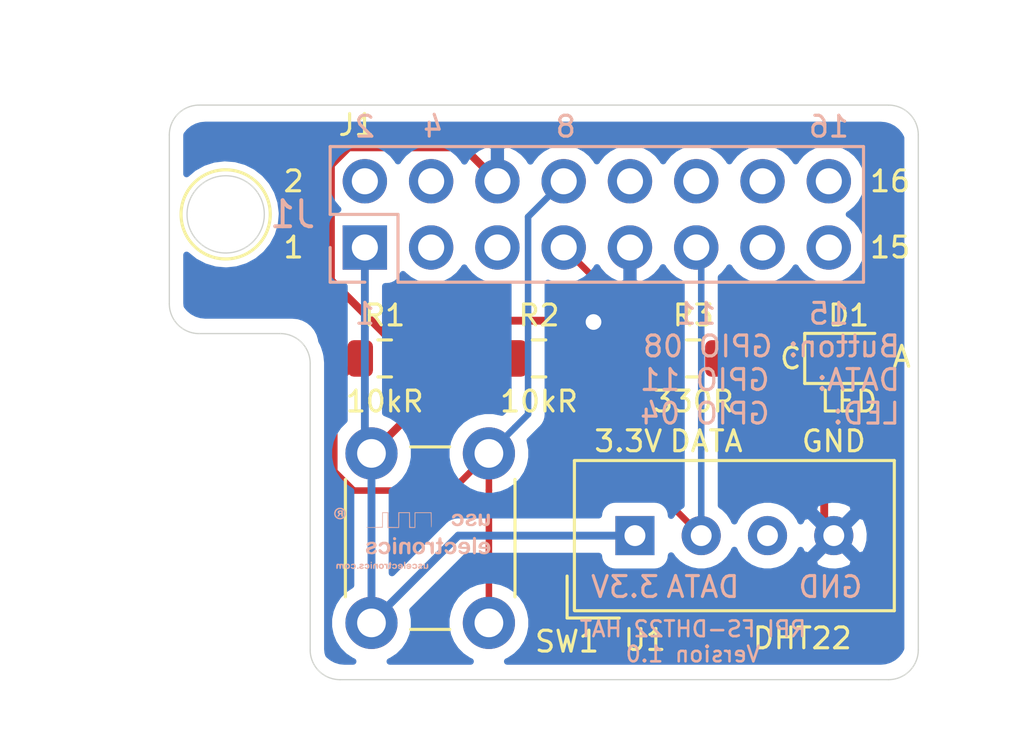
<source format=kicad_pcb>
(kicad_pcb (version 20171130) (host pcbnew "(5.1.2)-1")

  (general
    (thickness 1.6)
    (drawings 42)
    (tracks 42)
    (zones 0)
    (modules 8)
    (nets 7)
  )

  (page A4)
  (title_block
    (title "Raspberry PI Full Stack HAT")
    (date 2019-04-28)
    (rev 1)
    (company "USc Electronics")
    (comment 1 "a small RPI HAT with a DHT22 sensor")
    (comment 2 "disigned by U. Schwalvenberg")
  )

  (layers
    (0 F.Cu signal)
    (31 B.Cu signal)
    (32 B.Adhes user)
    (33 F.Adhes user)
    (34 B.Paste user)
    (35 F.Paste user)
    (36 B.SilkS user)
    (37 F.SilkS user)
    (38 B.Mask user)
    (39 F.Mask user)
    (40 Dwgs.User user)
    (41 Cmts.User user)
    (42 Eco1.User user)
    (43 Eco2.User user)
    (44 Edge.Cuts user)
    (45 Margin user)
    (46 B.CrtYd user)
    (47 F.CrtYd user)
    (48 B.Fab user)
    (49 F.Fab user)
  )

  (setup
    (last_trace_width 0.25)
    (trace_clearance 0.2)
    (zone_clearance 0.508)
    (zone_45_only yes)
    (trace_min 0.2)
    (via_size 0.8)
    (via_drill 0.4)
    (via_min_size 0.4)
    (via_min_drill 0.3)
    (uvia_size 0.3)
    (uvia_drill 0.1)
    (uvias_allowed no)
    (uvia_min_size 0.2)
    (uvia_min_drill 0.1)
    (edge_width 0.05)
    (segment_width 0.2)
    (pcb_text_width 0.3)
    (pcb_text_size 1.5 1.5)
    (mod_edge_width 0.12)
    (mod_text_size 1 1)
    (mod_text_width 0.15)
    (pad_size 1.524 1.524)
    (pad_drill 0.762)
    (pad_to_mask_clearance 0.051)
    (solder_mask_min_width 0.25)
    (aux_axis_origin 0 0)
    (visible_elements 7FFFFFFF)
    (pcbplotparams
      (layerselection 0x010fc_ffffffff)
      (usegerberextensions false)
      (usegerberattributes false)
      (usegerberadvancedattributes false)
      (creategerberjobfile false)
      (excludeedgelayer true)
      (linewidth 0.100000)
      (plotframeref false)
      (viasonmask false)
      (mode 1)
      (useauxorigin false)
      (hpglpennumber 1)
      (hpglpenspeed 20)
      (hpglpendiameter 15.000000)
      (psnegative false)
      (psa4output false)
      (plotreference true)
      (plotvalue true)
      (plotinvisibletext false)
      (padsonsilk false)
      (subtractmaskfromsilk false)
      (outputformat 1)
      (mirror false)
      (drillshape 0)
      (scaleselection 1)
      (outputdirectory "Gerber/"))
  )

  (net 0 "")
  (net 1 GND)
  (net 2 "Net-(D1-Pad2)")
  (net 3 /3.3V)
  (net 4 "Net-(J1-Pad7)")
  (net 5 /button_input)
  (net 6 /sensor_data)

  (net_class Default "Dies ist die voreingestellte Netzklasse."
    (clearance 0.2)
    (trace_width 0.25)
    (via_dia 0.8)
    (via_drill 0.4)
    (uvia_dia 0.3)
    (uvia_drill 0.1)
    (add_net /button_input)
    (add_net /sensor_data)
    (add_net "Net-(D1-Pad2)")
    (add_net "Net-(J1-Pad7)")
  )

  (net_class Power ""
    (clearance 0.3)
    (trace_width 0.3)
    (via_dia 1)
    (via_drill 0.6)
    (uvia_dia 0.3)
    (uvia_drill 0.1)
    (add_net /3.3V)
    (add_net GND)
  )

  (module "USC Electronics:USC_Electronics Logo" (layer B.Cu) (tedit 0) (tstamp 5CC6B5CF)
    (at 180.1495 70.1675 180)
    (fp_text reference G*** (at 0 0) (layer F.SilkS) hide
      (effects (font (size 1.524 1.524) (thickness 0.3)))
    )
    (fp_text value LOGO (at 0.75 0) (layer F.SilkS) hide
      (effects (font (size 1.524 1.524) (thickness 0.3)))
    )
    (fp_poly (pts (xy -1.311356 -0.763457) (xy -1.305396 -0.770342) (xy -1.302125 -0.786425) (xy -1.300752 -0.815474)
      (xy -1.30048 -0.85852) (xy -1.300787 -0.90338) (xy -1.302237 -0.931693) (xy -1.305623 -0.947227)
      (xy -1.311738 -0.953752) (xy -1.3208 -0.95504) (xy -1.337308 -0.950637) (xy -1.34112 -0.944522)
      (xy -1.34734 -0.939194) (xy -1.360773 -0.944522) (xy -1.392719 -0.953879) (xy -1.427001 -0.952729)
      (xy -1.454245 -0.941639) (xy -1.457642 -0.938667) (xy -1.466382 -0.924843) (xy -1.470843 -0.902441)
      (xy -1.471697 -0.866753) (xy -1.471067 -0.844687) (xy -1.469055 -0.805216) (xy -1.465905 -0.781913)
      (xy -1.460372 -0.770623) (xy -1.451211 -0.767196) (xy -1.4478 -0.76708) (xy -1.436633 -0.769407)
      (xy -1.430015 -0.779362) (xy -1.426357 -0.801409) (xy -1.4244 -0.83273) (xy -1.419403 -0.882187)
      (xy -1.409719 -0.912224) (xy -1.394961 -0.923283) (xy -1.37474 -0.915804) (xy -1.36144 -0.90424)
      (xy -1.34903 -0.886412) (xy -1.342779 -0.860779) (xy -1.34112 -0.82296) (xy -1.340379 -0.788912)
      (xy -1.337122 -0.770515) (xy -1.329801 -0.76312) (xy -1.3208 -0.762) (xy -1.311356 -0.763457)) (layer B.SilkS) (width 0.01))
    (fp_poly (pts (xy -1.140203 -0.766251) (xy -1.113247 -0.781552) (xy -1.112303 -0.78256) (xy -1.100142 -0.802786)
      (xy -1.104214 -0.814727) (xy -1.12132 -0.816031) (xy -1.144778 -0.806417) (xy -1.171237 -0.796513)
      (xy -1.194353 -0.796353) (xy -1.20779 -0.805464) (xy -1.20904 -0.811208) (xy -1.200288 -0.819402)
      (xy -1.177715 -0.83086) (xy -1.155932 -0.839505) (xy -1.115539 -0.859529) (xy -1.092738 -0.883375)
      (xy -1.088449 -0.909419) (xy -1.102082 -0.934412) (xy -1.126464 -0.94885) (xy -1.161267 -0.955646)
      (xy -1.198446 -0.954682) (xy -1.229958 -0.945841) (xy -1.243026 -0.936459) (xy -1.257946 -0.913532)
      (xy -1.256937 -0.898953) (xy -1.243304 -0.894515) (xy -1.22035 -0.902009) (xy -1.201937 -0.914176)
      (xy -1.179695 -0.927354) (xy -1.161079 -0.925837) (xy -1.156537 -0.923648) (xy -1.141415 -0.909692)
      (xy -1.14614 -0.895287) (xy -1.170278 -0.881178) (xy -1.184418 -0.876059) (xy -1.216479 -0.861041)
      (xy -1.242947 -0.840612) (xy -1.258165 -0.819604) (xy -1.25984 -0.811674) (xy -1.253319 -0.798536)
      (xy -1.23952 -0.78232) (xy -1.211759 -0.766619) (xy -1.175847 -0.761268) (xy -1.140203 -0.766251)) (layer B.SilkS) (width 0.01))
    (fp_poly (pts (xy -0.919431 -0.767692) (xy -0.891718 -0.78107) (xy -0.875716 -0.801773) (xy -0.87376 -0.813376)
      (xy -0.878203 -0.8297) (xy -0.892507 -0.830541) (xy -0.918138 -0.815854) (xy -0.923753 -0.81179)
      (xy -0.946588 -0.798101) (xy -0.964347 -0.797687) (xy -0.974022 -0.801923) (xy -0.995453 -0.823766)
      (xy -1.003632 -0.854988) (xy -0.99694 -0.888305) (xy -0.994363 -0.893375) (xy -0.972933 -0.916553)
      (xy -0.947443 -0.921319) (xy -0.922108 -0.907033) (xy -0.919885 -0.904687) (xy -0.901517 -0.889219)
      (xy -0.888025 -0.88392) (xy -0.871192 -0.890223) (xy -0.869435 -0.906472) (xy -0.883047 -0.928672)
      (xy -0.884627 -0.930392) (xy -0.906135 -0.947172) (xy -0.933759 -0.954044) (xy -0.954272 -0.954716)
      (xy -0.986496 -0.951718) (xy -1.012152 -0.944573) (xy -1.018141 -0.941188) (xy -1.041926 -0.911499)
      (xy -1.052443 -0.873132) (xy -1.04964 -0.832841) (xy -1.033467 -0.797382) (xy -1.019333 -0.78276)
      (xy -0.988589 -0.767412) (xy -0.953505 -0.762765) (xy -0.919431 -0.767692)) (layer B.SilkS) (width 0.01))
    (fp_poly (pts (xy -0.700697 -0.766967) (xy -0.669091 -0.78311) (xy -0.647213 -0.808117) (xy -0.64008 -0.836651)
      (xy -0.643538 -0.854926) (xy -0.65626 -0.866214) (xy -0.681775 -0.871995) (xy -0.723607 -0.873749)
      (xy -0.728511 -0.87376) (xy -0.760357 -0.874112) (xy -0.775525 -0.876517) (xy -0.777655 -0.882996)
      (xy -0.770389 -0.89557) (xy -0.769695 -0.89662) (xy -0.745413 -0.918246) (xy -0.714958 -0.921086)
      (xy -0.68588 -0.908437) (xy -0.66156 -0.89797) (xy -0.647189 -0.901287) (xy -0.646191 -0.915124)
      (xy -0.659384 -0.933704) (xy -0.68953 -0.95101) (xy -0.728143 -0.956546) (xy -0.767287 -0.950531)
      (xy -0.799026 -0.933187) (xy -0.802563 -0.929722) (xy -0.819804 -0.903409) (xy -0.826128 -0.869021)
      (xy -0.826347 -0.85852) (xy -0.823695 -0.834316) (xy -0.777833 -0.834316) (xy -0.775574 -0.840999)
      (xy -0.759195 -0.843109) (xy -0.73784 -0.84328) (xy -0.706204 -0.841036) (xy -0.69212 -0.833847)
      (xy -0.69088 -0.829284) (xy -0.699556 -0.809278) (xy -0.719649 -0.795824) (xy -0.737439 -0.794181)
      (xy -0.755688 -0.804755) (xy -0.769646 -0.82042) (xy -0.777833 -0.834316) (xy -0.823695 -0.834316)
      (xy -0.82222 -0.820865) (xy -0.807885 -0.793405) (xy -0.802563 -0.787317) (xy -0.772565 -0.767513)
      (xy -0.736899 -0.761249) (xy -0.700697 -0.766967)) (layer B.SilkS) (width 0.01))
    (fp_poly (pts (xy -0.561232 -0.688401) (xy -0.55449 -0.706712) (xy -0.551017 -0.74097) (xy -0.550343 -0.792903)
      (xy -0.550854 -0.823637) (xy -0.55248 -0.877595) (xy -0.554769 -0.914363) (xy -0.558171 -0.937073)
      (xy -0.563137 -0.948854) (xy -0.569456 -0.952727) (xy -0.587519 -0.95146) (xy -0.592316 -0.948617)
      (xy -0.596498 -0.934351) (xy -0.59905 -0.904976) (xy -0.600089 -0.865518) (xy -0.599729 -0.821004)
      (xy -0.598088 -0.776461) (xy -0.595281 -0.736915) (xy -0.591425 -0.707393) (xy -0.586636 -0.692922)
      (xy -0.5864 -0.692705) (xy -0.571712 -0.684308) (xy -0.561232 -0.688401)) (layer B.SilkS) (width 0.01))
    (fp_poly (pts (xy -0.375577 -0.766967) (xy -0.343971 -0.78311) (xy -0.322093 -0.808117) (xy -0.31496 -0.836651)
      (xy -0.318418 -0.854926) (xy -0.33114 -0.866214) (xy -0.356655 -0.871995) (xy -0.398487 -0.873749)
      (xy -0.403391 -0.87376) (xy -0.435237 -0.874112) (xy -0.450405 -0.876517) (xy -0.452535 -0.882996)
      (xy -0.445269 -0.89557) (xy -0.444575 -0.89662) (xy -0.420293 -0.918246) (xy -0.389838 -0.921086)
      (xy -0.36076 -0.908437) (xy -0.33644 -0.89797) (xy -0.322069 -0.901287) (xy -0.321071 -0.915124)
      (xy -0.334264 -0.933704) (xy -0.36441 -0.95101) (xy -0.403023 -0.956546) (xy -0.442167 -0.950531)
      (xy -0.473906 -0.933187) (xy -0.477443 -0.929722) (xy -0.494684 -0.903409) (xy -0.501008 -0.869021)
      (xy -0.501227 -0.85852) (xy -0.498575 -0.834316) (xy -0.452713 -0.834316) (xy -0.450454 -0.840999)
      (xy -0.434075 -0.843109) (xy -0.41272 -0.84328) (xy -0.381084 -0.841036) (xy -0.367 -0.833847)
      (xy -0.36576 -0.829284) (xy -0.374436 -0.809278) (xy -0.394529 -0.795824) (xy -0.412319 -0.794181)
      (xy -0.430568 -0.804755) (xy -0.444526 -0.82042) (xy -0.452713 -0.834316) (xy -0.498575 -0.834316)
      (xy -0.4971 -0.820865) (xy -0.482765 -0.793405) (xy -0.477443 -0.787317) (xy -0.447445 -0.767513)
      (xy -0.411779 -0.761249) (xy -0.375577 -0.766967)) (layer B.SilkS) (width 0.01))
    (fp_poly (pts (xy -0.147271 -0.767692) (xy -0.119558 -0.78107) (xy -0.103556 -0.801773) (xy -0.1016 -0.813376)
      (xy -0.106043 -0.8297) (xy -0.120347 -0.830541) (xy -0.145978 -0.815854) (xy -0.151593 -0.81179)
      (xy -0.174428 -0.798101) (xy -0.192187 -0.797687) (xy -0.201862 -0.801923) (xy -0.223293 -0.823766)
      (xy -0.231472 -0.854988) (xy -0.22478 -0.888305) (xy -0.222203 -0.893375) (xy -0.200773 -0.916553)
      (xy -0.175283 -0.921319) (xy -0.149948 -0.907033) (xy -0.147725 -0.904687) (xy -0.129357 -0.889219)
      (xy -0.115865 -0.88392) (xy -0.099032 -0.890223) (xy -0.097275 -0.906472) (xy -0.110887 -0.928672)
      (xy -0.112467 -0.930392) (xy -0.133975 -0.947172) (xy -0.161599 -0.954044) (xy -0.182112 -0.954716)
      (xy -0.214336 -0.951718) (xy -0.239992 -0.944573) (xy -0.245981 -0.941188) (xy -0.269766 -0.911499)
      (xy -0.280283 -0.873132) (xy -0.27748 -0.832841) (xy -0.261307 -0.797382) (xy -0.247173 -0.78276)
      (xy -0.216429 -0.767412) (xy -0.181345 -0.762765) (xy -0.147271 -0.767692)) (layer B.SilkS) (width 0.01))
    (fp_poly (pts (xy 0.000214 -0.701488) (xy 0.007378 -0.721198) (xy 0.008186 -0.727943) (xy 0.016386 -0.754797)
      (xy 0.032068 -0.765359) (xy 0.045402 -0.77464) (xy 0.042885 -0.786105) (xy 0.026614 -0.792415)
      (xy 0.024315 -0.79248) (xy 0.01597 -0.7965) (xy 0.011985 -0.811222) (xy 0.0116 -0.840638)
      (xy 0.012215 -0.85598) (xy 0.014629 -0.891056) (xy 0.018899 -0.910681) (xy 0.026912 -0.919722)
      (xy 0.0381 -0.922726) (xy 0.055973 -0.930763) (xy 0.06096 -0.940506) (xy 0.052297 -0.949973)
      (xy 0.031276 -0.95471) (xy 0.005344 -0.954524) (xy -0.018048 -0.949218) (xy -0.028448 -0.942848)
      (xy -0.035095 -0.926357) (xy -0.039473 -0.896079) (xy -0.04064 -0.867152) (xy -0.042006 -0.829205)
      (xy -0.046887 -0.806544) (xy -0.056457 -0.79427) (xy -0.05842 -0.792992) (xy -0.070601 -0.783427)
      (xy -0.065479 -0.774169) (xy -0.059294 -0.769146) (xy -0.045757 -0.749728) (xy -0.038974 -0.725958)
      (xy -0.032205 -0.70324) (xy -0.016944 -0.695996) (xy -0.01524 -0.69596) (xy 0.000214 -0.701488)) (layer B.SilkS) (width 0.01))
    (fp_poly (pts (xy 0.207591 -0.771497) (xy 0.212027 -0.775634) (xy 0.218341 -0.791413) (xy 0.205573 -0.8004)
      (xy 0.181544 -0.80264) (xy 0.157231 -0.808131) (xy 0.141761 -0.826271) (xy 0.133843 -0.859558)
      (xy 0.13208 -0.898492) (xy 0.131108 -0.931259) (xy 0.127173 -0.948408) (xy 0.11874 -0.954593)
      (xy 0.113453 -0.95504) (xy 0.094134 -0.951722) (xy 0.088053 -0.948266) (xy 0.084945 -0.935622)
      (xy 0.082588 -0.907875) (xy 0.081367 -0.870241) (xy 0.08128 -0.856507) (xy 0.082109 -0.812386)
      (xy 0.085013 -0.784852) (xy 0.090613 -0.770224) (xy 0.096649 -0.765624) (xy 0.116939 -0.766377)
      (xy 0.126224 -0.771516) (xy 0.141246 -0.777567) (xy 0.147015 -0.772653) (xy 0.162814 -0.763525)
      (xy 0.186415 -0.763296) (xy 0.207591 -0.771497)) (layer B.SilkS) (width 0.01))
    (fp_poly (pts (xy 0.36635 -0.769282) (xy 0.397085 -0.791086) (xy 0.413545 -0.827346) (xy 0.41656 -0.85852)
      (xy 0.409301 -0.904144) (xy 0.387747 -0.935411) (xy 0.352229 -0.951978) (xy 0.323041 -0.954716)
      (xy 0.291931 -0.951731) (xy 0.267761 -0.944682) (xy 0.263279 -0.942016) (xy 0.235744 -0.909282)
      (xy 0.224568 -0.869297) (xy 0.226453 -0.855414) (xy 0.27432 -0.855414) (xy 0.280795 -0.888956)
      (xy 0.297238 -0.911586) (xy 0.319174 -0.921464) (xy 0.342126 -0.916751) (xy 0.361621 -0.895608)
      (xy 0.363442 -0.892034) (xy 0.371359 -0.858198) (xy 0.365244 -0.826265) (xy 0.346689 -0.803484)
      (xy 0.34359 -0.801649) (xy 0.317978 -0.797677) (xy 0.294442 -0.809611) (xy 0.278327 -0.833306)
      (xy 0.27432 -0.855414) (xy 0.226453 -0.855414) (xy 0.230245 -0.827506) (xy 0.249823 -0.793259)
      (xy 0.270881 -0.772666) (xy 0.293789 -0.763702) (xy 0.321404 -0.762) (xy 0.36635 -0.769282)) (layer B.SilkS) (width 0.01))
    (fp_poly (pts (xy 0.601833 -0.771979) (xy 0.613105 -0.78058) (xy 0.622629 -0.797544) (xy 0.627966 -0.825125)
      (xy 0.62988 -0.867708) (xy 0.62992 -0.8771) (xy 0.629411 -0.916712) (xy 0.627209 -0.940139)
      (xy 0.622299 -0.951507) (xy 0.613667 -0.954938) (xy 0.610746 -0.95504) (xy 0.600476 -0.952471)
      (xy 0.594063 -0.941955) (xy 0.590142 -0.919276) (xy 0.58752 -0.883323) (xy 0.582477 -0.836459)
      (xy 0.573173 -0.808399) (xy 0.558739 -0.797909) (xy 0.538304 -0.80376) (xy 0.533459 -0.806756)
      (xy 0.52103 -0.820022) (xy 0.513208 -0.843001) (xy 0.508351 -0.88075) (xy 0.508 -0.885089)
      (xy 0.504442 -0.920694) (xy 0.499501 -0.940776) (xy 0.491214 -0.950123) (xy 0.48006 -0.953206)
      (xy 0.469286 -0.953813) (xy 0.462572 -0.949413) (xy 0.458959 -0.936261) (xy 0.457488 -0.910617)
      (xy 0.4572 -0.868736) (xy 0.4572 -0.863987) (xy 0.457836 -0.818491) (xy 0.460164 -0.789485)
      (xy 0.464809 -0.773165) (xy 0.472398 -0.765729) (xy 0.473465 -0.76528) (xy 0.491734 -0.766838)
      (xy 0.498442 -0.773134) (xy 0.508626 -0.781859) (xy 0.519768 -0.774615) (xy 0.542747 -0.763898)
      (xy 0.573332 -0.763226) (xy 0.601833 -0.771979)) (layer B.SilkS) (width 0.01))
    (fp_poly (pts (xy 0.71578 -0.768609) (xy 0.72178 -0.775779) (xy 0.724981 -0.79246) (xy 0.726245 -0.822521)
      (xy 0.72644 -0.85838) (xy 0.725947 -0.90246) (xy 0.723978 -0.930143) (xy 0.719798 -0.945337)
      (xy 0.712672 -0.951952) (xy 0.708629 -0.953111) (xy 0.690903 -0.949234) (xy 0.685312 -0.942192)
      (xy 0.683059 -0.925668) (xy 0.682075 -0.894895) (xy 0.68252 -0.855918) (xy 0.682803 -0.847461)
      (xy 0.684785 -0.807157) (xy 0.687812 -0.783084) (xy 0.693068 -0.771157) (xy 0.701739 -0.767287)
      (xy 0.70612 -0.76708) (xy 0.71578 -0.768609)) (layer B.SilkS) (width 0.01))
    (fp_poly (pts (xy 0.909369 -0.767692) (xy 0.937082 -0.78107) (xy 0.953084 -0.801773) (xy 0.95504 -0.813376)
      (xy 0.950597 -0.8297) (xy 0.936293 -0.830541) (xy 0.910662 -0.815854) (xy 0.905047 -0.81179)
      (xy 0.882212 -0.798101) (xy 0.864453 -0.797687) (xy 0.854778 -0.801923) (xy 0.833347 -0.823766)
      (xy 0.825168 -0.854988) (xy 0.83186 -0.888305) (xy 0.834437 -0.893375) (xy 0.855867 -0.916553)
      (xy 0.881357 -0.921319) (xy 0.906692 -0.907033) (xy 0.908915 -0.904687) (xy 0.927283 -0.889219)
      (xy 0.940775 -0.88392) (xy 0.957608 -0.890223) (xy 0.959365 -0.906472) (xy 0.945753 -0.928672)
      (xy 0.944173 -0.930392) (xy 0.922665 -0.947172) (xy 0.895041 -0.954044) (xy 0.874528 -0.954716)
      (xy 0.842304 -0.951718) (xy 0.816648 -0.944573) (xy 0.810659 -0.941188) (xy 0.786874 -0.911499)
      (xy 0.776357 -0.873132) (xy 0.77916 -0.832841) (xy 0.795333 -0.797382) (xy 0.809467 -0.78276)
      (xy 0.840211 -0.767412) (xy 0.875295 -0.762765) (xy 0.909369 -0.767692)) (layer B.SilkS) (width 0.01))
    (fp_poly (pts (xy 1.115317 -0.766251) (xy 1.142273 -0.781552) (xy 1.143217 -0.78256) (xy 1.155378 -0.802786)
      (xy 1.151306 -0.814727) (xy 1.1342 -0.816031) (xy 1.110742 -0.806417) (xy 1.084283 -0.796513)
      (xy 1.061167 -0.796353) (xy 1.04773 -0.805464) (xy 1.04648 -0.811208) (xy 1.055232 -0.819402)
      (xy 1.077805 -0.83086) (xy 1.099588 -0.839505) (xy 1.139981 -0.859529) (xy 1.162782 -0.883375)
      (xy 1.167071 -0.909419) (xy 1.153438 -0.934412) (xy 1.129056 -0.94885) (xy 1.094253 -0.955646)
      (xy 1.057074 -0.954682) (xy 1.025562 -0.945841) (xy 1.012494 -0.936459) (xy 0.997574 -0.913532)
      (xy 0.998583 -0.898953) (xy 1.012216 -0.894515) (xy 1.03517 -0.902009) (xy 1.053583 -0.914176)
      (xy 1.075825 -0.927354) (xy 1.094441 -0.925837) (xy 1.098983 -0.923648) (xy 1.114105 -0.909692)
      (xy 1.10938 -0.895287) (xy 1.085242 -0.881178) (xy 1.071102 -0.876059) (xy 1.039041 -0.861041)
      (xy 1.012573 -0.840612) (xy 0.997355 -0.819604) (xy 0.99568 -0.811674) (xy 1.002201 -0.798536)
      (xy 1.016 -0.78232) (xy 1.043761 -0.766619) (xy 1.079673 -0.761268) (xy 1.115317 -0.766251)) (layer B.SilkS) (width 0.01))
    (fp_poly (pts (xy 1.236617 -0.917302) (xy 1.24629 -0.936132) (xy 1.238089 -0.950367) (xy 1.2186 -0.95504)
      (xy 1.201965 -0.947488) (xy 1.19888 -0.935319) (xy 1.205077 -0.913697) (xy 1.220263 -0.907852)
      (xy 1.236617 -0.917302)) (layer B.SilkS) (width 0.01))
    (fp_poly (pts (xy 1.437689 -0.767692) (xy 1.465402 -0.78107) (xy 1.481404 -0.801773) (xy 1.48336 -0.813376)
      (xy 1.478917 -0.8297) (xy 1.464613 -0.830541) (xy 1.438982 -0.815854) (xy 1.433367 -0.81179)
      (xy 1.410532 -0.798101) (xy 1.392773 -0.797687) (xy 1.383098 -0.801923) (xy 1.361667 -0.823766)
      (xy 1.353488 -0.854988) (xy 1.36018 -0.888305) (xy 1.362757 -0.893375) (xy 1.384187 -0.916553)
      (xy 1.409677 -0.921319) (xy 1.435012 -0.907033) (xy 1.437235 -0.904687) (xy 1.455603 -0.889219)
      (xy 1.469095 -0.88392) (xy 1.485928 -0.890223) (xy 1.487685 -0.906472) (xy 1.474073 -0.928672)
      (xy 1.472493 -0.930392) (xy 1.450985 -0.947172) (xy 1.423361 -0.954044) (xy 1.402848 -0.954716)
      (xy 1.370624 -0.951718) (xy 1.344968 -0.944573) (xy 1.338979 -0.941188) (xy 1.315194 -0.911499)
      (xy 1.304677 -0.873132) (xy 1.30748 -0.832841) (xy 1.323653 -0.797382) (xy 1.337787 -0.78276)
      (xy 1.368531 -0.767412) (xy 1.403615 -0.762765) (xy 1.437689 -0.767692)) (layer B.SilkS) (width 0.01))
    (fp_poly (pts (xy 1.66683 -0.769282) (xy 1.697565 -0.791086) (xy 1.714025 -0.827346) (xy 1.71704 -0.85852)
      (xy 1.709781 -0.904144) (xy 1.688227 -0.935411) (xy 1.652709 -0.951978) (xy 1.623521 -0.954716)
      (xy 1.592411 -0.951731) (xy 1.568241 -0.944682) (xy 1.563759 -0.942016) (xy 1.536224 -0.909282)
      (xy 1.525048 -0.869297) (xy 1.526933 -0.855414) (xy 1.5748 -0.855414) (xy 1.581275 -0.888956)
      (xy 1.597718 -0.911586) (xy 1.619654 -0.921464) (xy 1.642606 -0.916751) (xy 1.662101 -0.895608)
      (xy 1.663922 -0.892034) (xy 1.671839 -0.858198) (xy 1.665724 -0.826265) (xy 1.647169 -0.803484)
      (xy 1.64407 -0.801649) (xy 1.618458 -0.797677) (xy 1.594922 -0.809611) (xy 1.578807 -0.833306)
      (xy 1.5748 -0.855414) (xy 1.526933 -0.855414) (xy 1.530725 -0.827506) (xy 1.550303 -0.793259)
      (xy 1.571361 -0.772666) (xy 1.594269 -0.763702) (xy 1.621884 -0.762) (xy 1.66683 -0.769282)) (layer B.SilkS) (width 0.01))
    (fp_poly (pts (xy 1.89627 -0.766862) (xy 1.906957 -0.773101) (xy 1.92271 -0.778975) (xy 1.938801 -0.773101)
      (xy 1.973007 -0.762906) (xy 2.006206 -0.766192) (xy 2.026194 -0.777965) (xy 2.035066 -0.793369)
      (xy 2.040152 -0.820224) (xy 2.042091 -0.862429) (xy 2.04216 -0.875192) (xy 2.04186 -0.915455)
      (xy 2.040187 -0.939364) (xy 2.03598 -0.950885) (xy 2.028074 -0.953984) (xy 2.0193 -0.953206)
      (xy 2.007116 -0.949533) (xy 1.999602 -0.93975) (xy 1.995036 -0.919281) (xy 1.9917 -0.883548)
      (xy 1.99136 -0.87884) (xy 1.988235 -0.841651) (xy 1.984281 -0.820353) (xy 1.977639 -0.810542)
      (xy 1.966448 -0.807815) (xy 1.961338 -0.80772) (xy 1.942817 -0.81282) (xy 1.930691 -0.829956)
      (xy 1.923846 -0.861879) (xy 1.921252 -0.90678) (xy 1.919292 -0.936554) (xy 1.913675 -0.950993)
      (xy 1.902337 -0.95502) (xy 1.901007 -0.95504) (xy 1.885459 -0.950878) (xy 1.875766 -0.936225)
      (xy 1.870802 -0.907828) (xy 1.86944 -0.863856) (xy 1.867147 -0.823933) (xy 1.860147 -0.802944)
      (xy 1.855818 -0.799587) (xy 1.835787 -0.798369) (xy 1.821577 -0.813438) (xy 1.812394 -0.846156)
      (xy 1.80848 -0.880998) (xy 1.805093 -0.917888) (xy 1.80055 -0.939114) (xy 1.793054 -0.949325)
      (xy 1.780805 -0.953168) (xy 1.78054 -0.953206) (xy 1.769766 -0.953813) (xy 1.763052 -0.949413)
      (xy 1.759439 -0.936261) (xy 1.757968 -0.910617) (xy 1.75768 -0.868736) (xy 1.75768 -0.863987)
      (xy 1.758316 -0.818491) (xy 1.760644 -0.789485) (xy 1.765289 -0.773165) (xy 1.772878 -0.765729)
      (xy 1.773945 -0.76528) (xy 1.792214 -0.766838) (xy 1.798922 -0.773134) (xy 1.809106 -0.781859)
      (xy 1.820248 -0.774615) (xy 1.840812 -0.765052) (xy 1.869628 -0.762407) (xy 1.89627 -0.766862)) (layer B.SilkS) (width 0.01))
    (fp_poly (pts (xy 0.721235 -0.697332) (xy 0.72958 -0.708869) (xy 0.728982 -0.713745) (xy 0.716403 -0.7268)
      (xy 0.697877 -0.729081) (xy 0.6856 -0.721037) (xy 0.68515 -0.704583) (xy 0.68905 -0.698805)
      (xy 0.704732 -0.692858) (xy 0.721235 -0.697332)) (layer B.SilkS) (width 0.01))
    (fp_poly (pts (xy -3.559547 0.077371) (xy -3.532838 0.069235) (xy -3.519465 0.062954) (xy -3.467211 0.026125)
      (xy -3.429189 -0.021925) (xy -3.407667 -0.077695) (xy -3.4036 -0.115937) (xy -3.405679 -0.139834)
      (xy -3.413676 -0.157352) (xy -3.430237 -0.169447) (xy -3.458005 -0.177075) (xy -3.499623 -0.181193)
      (xy -3.557737 -0.182755) (xy -3.588741 -0.18288) (xy -3.72872 -0.18288) (xy -3.72872 -0.207801)
      (xy -3.720268 -0.252466) (xy -3.697283 -0.286424) (xy -3.663325 -0.30822) (xy -3.621951 -0.316401)
      (xy -3.576722 -0.309511) (xy -3.533366 -0.287641) (xy -3.494868 -0.260903) (xy -3.469287 -0.244359)
      (xy -3.452973 -0.236436) (xy -3.44228 -0.235559) (xy -3.433558 -0.240155) (xy -3.42997 -0.243035)
      (xy -3.416489 -0.265391) (xy -3.418805 -0.293267) (xy -3.434555 -0.323061) (xy -3.461379 -0.35117)
      (xy -3.496915 -0.373994) (xy -3.522347 -0.383928) (xy -3.566653 -0.392238) (xy -3.619146 -0.394989)
      (xy -3.669878 -0.392075) (xy -3.701812 -0.385809) (xy -3.75765 -0.358772) (xy -3.802961 -0.315213)
      (xy -3.8266 -0.277077) (xy -3.840403 -0.246059) (xy -3.847808 -0.218402) (xy -3.850189 -0.186056)
      (xy -3.849109 -0.144997) (xy -3.843939 -0.100932) (xy -3.72872 -0.100932) (xy -3.727464 -0.110475)
      (xy -3.721237 -0.116584) (xy -3.706351 -0.120019) (xy -3.679118 -0.121542) (xy -3.635849 -0.121916)
      (xy -3.62712 -0.12192) (xy -3.52552 -0.12192) (xy -3.52552 -0.090658) (xy -3.534813 -0.054881)
      (xy -3.559266 -0.02483) (xy -3.593747 -0.005227) (xy -3.623799 -0.000225) (xy -3.666087 -0.009348)
      (xy -3.700506 -0.033406) (xy -3.722698 -0.068219) (xy -3.72872 -0.100932) (xy -3.843939 -0.100932)
      (xy -3.841208 -0.077662) (xy -3.823401 -0.025019) (xy -3.793836 0.016892) (xy -3.760015 0.045682)
      (xy -3.734211 0.06198) (xy -3.709215 0.071768) (xy -3.677738 0.07708) (xy -3.638024 0.079707)
      (xy -3.59226 0.08053) (xy -3.559547 0.077371)) (layer B.SilkS) (width 0.01))
    (fp_poly (pts (xy -3.237081 0.260472) (xy -3.22209 0.253011) (xy -3.19532 0.23799) (xy -3.192631 -0.063009)
      (xy -3.19196 -0.150403) (xy -3.191748 -0.219695) (xy -3.192087 -0.273101) (xy -3.193072 -0.312837)
      (xy -3.194797 -0.341117) (xy -3.197355 -0.360158) (xy -3.200841 -0.372174) (xy -3.205347 -0.379381)
      (xy -3.206056 -0.380124) (xy -3.232874 -0.394222) (xy -3.263689 -0.393164) (xy -3.286035 -0.380274)
      (xy -3.290695 -0.373343) (xy -3.294371 -0.36146) (xy -3.297173 -0.342421) (xy -3.299214 -0.314022)
      (xy -3.300605 -0.274058) (xy -3.301459 -0.220324) (xy -3.301887 -0.150616) (xy -3.302 -0.065548)
      (xy -3.302 0.233212) (xy -3.27543 0.250622) (xy -3.254356 0.261809) (xy -3.237081 0.260472)) (layer B.SilkS) (width 0.01))
    (fp_poly (pts (xy -2.787387 0.077371) (xy -2.760678 0.069235) (xy -2.747305 0.062954) (xy -2.695051 0.026125)
      (xy -2.657029 -0.021925) (xy -2.635507 -0.077695) (xy -2.63144 -0.115937) (xy -2.633519 -0.139834)
      (xy -2.641516 -0.157352) (xy -2.658077 -0.169447) (xy -2.685845 -0.177075) (xy -2.727463 -0.181193)
      (xy -2.785577 -0.182755) (xy -2.816581 -0.18288) (xy -2.95656 -0.18288) (xy -2.95656 -0.207801)
      (xy -2.948108 -0.252466) (xy -2.925123 -0.286424) (xy -2.891165 -0.30822) (xy -2.849791 -0.316401)
      (xy -2.804562 -0.309511) (xy -2.761206 -0.287641) (xy -2.722708 -0.260903) (xy -2.697127 -0.244359)
      (xy -2.680813 -0.236436) (xy -2.67012 -0.235559) (xy -2.661398 -0.240155) (xy -2.65781 -0.243035)
      (xy -2.644329 -0.265391) (xy -2.646645 -0.293267) (xy -2.662395 -0.323061) (xy -2.689219 -0.35117)
      (xy -2.724755 -0.373994) (xy -2.750187 -0.383928) (xy -2.794493 -0.392238) (xy -2.846986 -0.394989)
      (xy -2.897718 -0.392075) (xy -2.929652 -0.385809) (xy -2.98549 -0.358772) (xy -3.030801 -0.315213)
      (xy -3.05444 -0.277077) (xy -3.068243 -0.246059) (xy -3.075648 -0.218402) (xy -3.078029 -0.186056)
      (xy -3.076949 -0.144997) (xy -3.071779 -0.100932) (xy -2.95656 -0.100932) (xy -2.955304 -0.110475)
      (xy -2.949077 -0.116584) (xy -2.934191 -0.120019) (xy -2.906958 -0.121542) (xy -2.863689 -0.121916)
      (xy -2.85496 -0.12192) (xy -2.75336 -0.12192) (xy -2.75336 -0.090658) (xy -2.762653 -0.054881)
      (xy -2.787106 -0.02483) (xy -2.821587 -0.005227) (xy -2.851639 -0.000225) (xy -2.893927 -0.009348)
      (xy -2.928346 -0.033406) (xy -2.950538 -0.068219) (xy -2.95656 -0.100932) (xy -3.071779 -0.100932)
      (xy -3.069048 -0.077662) (xy -3.051241 -0.025019) (xy -3.021676 0.016892) (xy -2.987855 0.045682)
      (xy -2.962051 0.06198) (xy -2.937055 0.071768) (xy -2.905578 0.07708) (xy -2.865864 0.079707)
      (xy -2.8201 0.08053) (xy -2.787387 0.077371)) (layer B.SilkS) (width 0.01))
    (fp_poly (pts (xy -2.248997 0.073792) (xy -2.191885 0.051955) (xy -2.148186 0.016714) (xy -2.136223 0.001038)
      (xy -2.117457 -0.034848) (xy -2.115392 -0.062819) (xy -2.129246 -0.085634) (xy -2.155951 -0.10073)
      (xy -2.184759 -0.096383) (xy -2.213609 -0.07304) (xy -2.219168 -0.066176) (xy -2.251352 -0.031401)
      (xy -2.284427 -0.013135) (xy -2.321598 -0.008128) (xy -2.363403 -0.01717) (xy -2.397247 -0.041962)
      (xy -2.421664 -0.078999) (xy -2.435191 -0.124775) (xy -2.436362 -0.175788) (xy -2.423712 -0.228533)
      (xy -2.418721 -0.24048) (xy -2.397486 -0.276315) (xy -2.370752 -0.296406) (xy -2.332844 -0.304278)
      (xy -2.315126 -0.3048) (xy -2.29016 -0.303206) (xy -2.27043 -0.296117) (xy -2.249729 -0.280069)
      (xy -2.224102 -0.254) (xy -2.188855 -0.22101) (xy -2.160771 -0.205769) (xy -2.137999 -0.207816)
      (xy -2.118685 -0.22669) (xy -2.118056 -0.227638) (xy -2.108287 -0.246577) (xy -2.108591 -0.26468)
      (xy -2.116744 -0.287258) (xy -2.145021 -0.330013) (xy -2.187706 -0.363018) (xy -2.240846 -0.385227)
      (xy -2.300486 -0.395594) (xy -2.362674 -0.393073) (xy -2.423455 -0.376618) (xy -2.435207 -0.371511)
      (xy -2.486405 -0.337089) (xy -2.523863 -0.289063) (xy -2.546607 -0.22964) (xy -2.553664 -0.161023)
      (xy -2.54941 -0.112738) (xy -2.530488 -0.043488) (xy -2.498051 0.010591) (xy -2.452164 0.049447)
      (xy -2.392891 0.073024) (xy -2.320296 0.08127) (xy -2.317393 0.08128) (xy -2.248997 0.073792)) (layer B.SilkS) (width 0.01))
    (fp_poly (pts (xy -1.905156 0.240854) (xy -1.88754 0.23029) (xy -1.877023 0.208322) (xy -1.871134 0.171282)
      (xy -1.86944 0.150249) (xy -1.86436 0.0762) (xy -1.826291 0.073049) (xy -1.793743 0.064027)
      (xy -1.77633 0.046788) (xy -1.773528 0.026072) (xy -1.784817 0.006615) (xy -1.809674 -0.006843)
      (xy -1.835455 -0.01016) (xy -1.86944 -0.01016) (xy -1.86944 -0.140298) (xy -1.868433 -0.206073)
      (xy -1.865364 -0.252407) (xy -1.860166 -0.280082) (xy -1.85674 -0.287176) (xy -1.835907 -0.299766)
      (xy -1.798587 -0.306531) (xy -1.79324 -0.306898) (xy -1.763155 -0.309427) (xy -1.748148 -0.314668)
      (xy -1.742991 -0.326035) (xy -1.74244 -0.340059) (xy -1.748758 -0.367222) (xy -1.76784 -0.38309)
      (xy -1.798284 -0.391755) (xy -1.839516 -0.395393) (xy -1.882666 -0.393998) (xy -1.918864 -0.387565)
      (xy -1.9302 -0.383189) (xy -1.948262 -0.371691) (xy -1.961539 -0.356115) (xy -1.970739 -0.333435)
      (xy -1.976569 -0.300622) (xy -1.979739 -0.254651) (xy -1.980955 -0.192493) (xy -1.981051 -0.165774)
      (xy -1.9812 -0.011509) (xy -2.008116 -0.008294) (xy -2.036179 0.002138) (xy -2.049654 0.021196)
      (xy -2.048356 0.043172) (xy -2.032096 0.062354) (xy -2.010719 0.071303) (xy -1.997683 0.076173)
      (xy -1.989719 0.086392) (xy -1.98498 0.106747) (xy -1.981617 0.142022) (xy -1.9812 0.147734)
      (xy -1.97689 0.192953) (xy -1.970596 0.221488) (xy -1.960467 0.236974) (xy -1.944652 0.243044)
      (xy -1.932341 0.243685) (xy -1.905156 0.240854)) (layer B.SilkS) (width 0.01))
    (fp_poly (pts (xy -1.605085 0.071322) (xy -1.587498 0.051942) (xy -1.57066 0.022604) (xy -1.543254 0.051942)
      (xy -1.518212 0.072742) (xy -1.489513 0.08067) (xy -1.4737 0.08128) (xy -1.428471 0.075645)
      (xy -1.393141 0.060331) (xy -1.370703 0.037729) (xy -1.364146 0.010227) (xy -1.367377 -0.003648)
      (xy -1.372068 -0.013397) (xy -1.37989 -0.019411) (xy -1.395217 -0.022662) (xy -1.422418 -0.02412)
      (xy -1.462299 -0.024718) (xy -1.498081 -0.025704) (xy -1.519673 -0.029373) (xy -1.533206 -0.038199)
      (xy -1.54481 -0.054654) (xy -1.547431 -0.059064) (xy -1.556052 -0.077285) (xy -1.562333 -0.100686)
      (xy -1.566854 -0.13321) (xy -1.570192 -0.178802) (xy -1.572501 -0.229987) (xy -1.575506 -0.292122)
      (xy -1.579693 -0.336744) (xy -1.586045 -0.366658) (xy -1.595543 -0.38467) (xy -1.609169 -0.393587)
      (xy -1.627906 -0.396214) (xy -1.63068 -0.39624) (xy -1.656664 -0.38963) (xy -1.670595 -0.380274)
      (xy -1.676167 -0.371903) (xy -1.680311 -0.357691) (xy -1.683222 -0.334934) (xy -1.685099 -0.300926)
      (xy -1.686138 -0.252962) (xy -1.686536 -0.188338) (xy -1.68656 -0.161166) (xy -1.686031 -0.090507)
      (xy -1.684523 -0.030199) (xy -1.68216 0.017154) (xy -1.679065 0.048948) (xy -1.676043 0.061628)
      (xy -1.657126 0.07889) (xy -1.631233 0.081877) (xy -1.605085 0.071322)) (layer B.SilkS) (width 0.01))
    (fp_poly (pts (xy -1.047273 0.073127) (xy -0.986584 0.048973) (xy -0.938214 0.008869) (xy -0.903182 -0.04572)
      (xy -0.889688 -0.09143) (xy -0.884214 -0.147269) (xy -0.88677 -0.204689) (xy -0.897369 -0.255141)
      (xy -0.902869 -0.269327) (xy -0.937144 -0.321837) (xy -0.984315 -0.361257) (xy -1.040911 -0.386535)
      (xy -1.103458 -0.396623) (xy -1.168485 -0.390468) (xy -1.230029 -0.3683) (xy -1.282975 -0.332002)
      (xy -1.320062 -0.284211) (xy -1.342144 -0.223561) (xy -1.348716 -0.178366) (xy -1.34811 -0.159352)
      (xy -1.229323 -0.159352) (xy -1.222127 -0.218401) (xy -1.20093 -0.263773) (xy -1.166192 -0.294592)
      (xy -1.1555 -0.299896) (xy -1.128962 -0.310665) (xy -1.110769 -0.313347) (xy -1.090658 -0.308019)
      (xy -1.072229 -0.30052) (xy -1.035884 -0.27501) (xy -1.012579 -0.234195) (xy -1.002214 -0.17787)
      (xy -1.001612 -0.15748) (xy -1.008196 -0.09961) (xy -1.026781 -0.053413) (xy -1.055623 -0.020933)
      (xy -1.092975 -0.004213) (xy -1.13245 -0.004336) (xy -1.173842 -0.021694) (xy -1.204519 -0.055184)
      (xy -1.223372 -0.103029) (xy -1.229323 -0.159352) (xy -1.34811 -0.159352) (xy -1.346354 -0.104292)
      (xy -1.327501 -0.040573) (xy -1.293467 0.011306) (xy -1.245567 0.049855) (xy -1.185112 0.073588)
      (xy -1.119814 0.081057) (xy -1.047273 0.073127)) (layer B.SilkS) (width 0.01))
    (fp_poly (pts (xy -0.469821 0.07605) (xy -0.446432 0.065242) (xy -0.43688 0.059108) (xy -0.412489 0.040579)
      (xy -0.394323 0.020294) (xy -0.381495 -0.00497) (xy -0.373116 -0.038436) (xy -0.368301 -0.083327)
      (xy -0.36616 -0.142866) (xy -0.365776 -0.199085) (xy -0.365991 -0.261123) (xy -0.366867 -0.306049)
      (xy -0.368737 -0.337068) (xy -0.371928 -0.357386) (xy -0.376772 -0.370209) (xy -0.383599 -0.378741)
      (xy -0.384341 -0.379425) (xy -0.41385 -0.394708) (xy -0.444874 -0.390756) (xy -0.474319 -0.368122)
      (xy -0.478915 -0.362494) (xy -0.479761 -0.35227) (xy -0.481193 -0.325207) (xy -0.483048 -0.284771)
      (xy -0.485165 -0.234429) (xy -0.486535 -0.199828) (xy -0.489138 -0.138472) (xy -0.491767 -0.094247)
      (xy -0.494894 -0.063967) (xy -0.49899 -0.044446) (xy -0.504526 -0.0325) (xy -0.511975 -0.024943)
      (xy -0.512482 -0.024568) (xy -0.547411 -0.010759) (xy -0.586744 -0.014065) (xy -0.625085 -0.033802)
      (xy -0.6323 -0.039787) (xy -0.66548 -0.069415) (xy -0.67056 -0.216077) (xy -0.673649 -0.283241)
      (xy -0.677704 -0.331746) (xy -0.682918 -0.363239) (xy -0.689482 -0.379364) (xy -0.689585 -0.379489)
      (xy -0.71248 -0.393152) (xy -0.741878 -0.394945) (xy -0.767796 -0.384872) (xy -0.773456 -0.379467)
      (xy -0.778767 -0.3677) (xy -0.782875 -0.34526) (xy -0.785959 -0.309898) (xy -0.788196 -0.259361)
      (xy -0.789765 -0.191399) (xy -0.790112 -0.168647) (xy -0.790829 -0.091691) (xy -0.790176 -0.032685)
      (xy -0.787588 0.010723) (xy -0.7825 0.040886) (xy -0.774346 0.060157) (xy -0.762558 0.070889)
      (xy -0.746572 0.075435) (xy -0.73122 0.0762) (xy -0.706208 0.073614) (xy -0.693187 0.062002)
      (xy -0.686517 0.044167) (xy -0.677074 0.012134) (xy -0.637773 0.043716) (xy -0.609998 0.062929)
      (xy -0.581789 0.073507) (xy -0.54407 0.078597) (xy -0.535457 0.07918) (xy -0.496745 0.080136)
      (xy -0.469821 0.07605)) (layer B.SilkS) (width 0.01))
    (fp_poly (pts (xy -0.160419 0.074137) (xy -0.148046 0.065315) (xy -0.14252 0.057021) (xy -0.138399 0.042937)
      (xy -0.135489 0.020384) (xy -0.1336 -0.013319) (xy -0.13254 -0.060849) (xy -0.132115 -0.124887)
      (xy -0.13208 -0.15748) (xy -0.132343 -0.233212) (xy -0.133507 -0.291029) (xy -0.136134 -0.333334)
      (xy -0.140785 -0.362527) (xy -0.148024 -0.38101) (xy -0.158413 -0.391187) (xy -0.172512 -0.395458)
      (xy -0.18796 -0.39624) (xy -0.213944 -0.38963) (xy -0.227875 -0.380274) (xy -0.233447 -0.371903)
      (xy -0.237591 -0.357691) (xy -0.240502 -0.334934) (xy -0.242379 -0.300926) (xy -0.243418 -0.252962)
      (xy -0.243816 -0.188338) (xy -0.24384 -0.161166) (xy -0.243311 -0.090507) (xy -0.241803 -0.030199)
      (xy -0.23944 0.017154) (xy -0.236345 0.048948) (xy -0.233323 0.061628) (xy -0.215106 0.076748)
      (xy -0.187971 0.08104) (xy -0.160419 0.074137)) (layer B.SilkS) (width 0.01))
    (fp_poly (pts (xy 0.280843 0.073792) (xy 0.337955 0.051955) (xy 0.381654 0.016714) (xy 0.393617 0.001038)
      (xy 0.412383 -0.034848) (xy 0.414448 -0.062819) (xy 0.400594 -0.085634) (xy 0.373889 -0.10073)
      (xy 0.345081 -0.096383) (xy 0.316231 -0.07304) (xy 0.310672 -0.066176) (xy 0.278488 -0.031401)
      (xy 0.245413 -0.013135) (xy 0.208242 -0.008128) (xy 0.166437 -0.01717) (xy 0.132593 -0.041962)
      (xy 0.108176 -0.078999) (xy 0.094649 -0.124775) (xy 0.093478 -0.175788) (xy 0.106128 -0.228533)
      (xy 0.111119 -0.24048) (xy 0.132354 -0.276315) (xy 0.159088 -0.296406) (xy 0.196996 -0.304278)
      (xy 0.214714 -0.3048) (xy 0.23968 -0.303206) (xy 0.25941 -0.296117) (xy 0.280111 -0.280069)
      (xy 0.305738 -0.254) (xy 0.340985 -0.22101) (xy 0.369069 -0.205769) (xy 0.391841 -0.207816)
      (xy 0.411155 -0.22669) (xy 0.411784 -0.227638) (xy 0.421553 -0.246577) (xy 0.421249 -0.26468)
      (xy 0.413096 -0.287258) (xy 0.384819 -0.330013) (xy 0.342134 -0.363018) (xy 0.288994 -0.385227)
      (xy 0.229354 -0.395594) (xy 0.167166 -0.393073) (xy 0.106385 -0.376618) (xy 0.094633 -0.371511)
      (xy 0.043435 -0.337089) (xy 0.005977 -0.289063) (xy -0.016767 -0.22964) (xy -0.023824 -0.161023)
      (xy -0.01957 -0.112738) (xy -0.000648 -0.043488) (xy 0.031789 0.010591) (xy 0.077676 0.049447)
      (xy 0.136949 0.073024) (xy 0.209544 0.08127) (xy 0.212447 0.08128) (xy 0.280843 0.073792)) (layer B.SilkS) (width 0.01))
    (fp_poly (pts (xy 0.751637 0.076036) (xy 0.80251 0.06212) (xy 0.843797 0.041429) (xy 0.867333 0.019159)
      (xy 0.881421 -0.013074) (xy 0.879509 -0.040976) (xy 0.865326 -0.061275) (xy 0.842598 -0.070703)
      (xy 0.815054 -0.065987) (xy 0.790486 -0.04826) (xy 0.74883 -0.011901) (xy 0.711039 0.006392)
      (xy 0.673975 0.007629) (xy 0.645638 -0.00163) (xy 0.625721 -0.019282) (xy 0.619572 -0.043092)
      (xy 0.628719 -0.065277) (xy 0.63246 -0.068787) (xy 0.64727 -0.076017) (xy 0.676665 -0.086996)
      (xy 0.715677 -0.099941) (xy 0.740522 -0.107578) (xy 0.805791 -0.130072) (xy 0.852766 -0.153842)
      (xy 0.883466 -0.180586) (xy 0.899913 -0.212) (xy 0.904202 -0.245039) (xy 0.896692 -0.297747)
      (xy 0.87387 -0.338511) (xy 0.835142 -0.367798) (xy 0.779915 -0.386077) (xy 0.71628 -0.393472)
      (xy 0.671536 -0.394584) (xy 0.639155 -0.392061) (xy 0.61132 -0.384657) (xy 0.58232 -0.372139)
      (xy 0.540905 -0.346376) (xy 0.513007 -0.316615) (xy 0.500129 -0.285867) (xy 0.503777 -0.257139)
      (xy 0.51642 -0.240334) (xy 0.539371 -0.22596) (xy 0.561242 -0.228086) (xy 0.585483 -0.247678)
      (xy 0.598897 -0.263474) (xy 0.636316 -0.29854) (xy 0.67848 -0.318153) (xy 0.721302 -0.321526)
      (xy 0.760694 -0.307872) (xy 0.7747 -0.297353) (xy 0.792186 -0.274776) (xy 0.792057 -0.253627)
      (xy 0.773678 -0.233269) (xy 0.736413 -0.213063) (xy 0.679626 -0.192371) (xy 0.666088 -0.188183)
      (xy 0.600605 -0.164625) (xy 0.553805 -0.138591) (xy 0.524083 -0.108702) (xy 0.50983 -0.07358)
      (xy 0.508 -0.052595) (xy 0.51753 -0.008872) (xy 0.543644 0.03067) (xy 0.582624 0.060965)
      (xy 0.596099 0.067422) (xy 0.642972 0.079659) (xy 0.696637 0.082206) (xy 0.751637 0.076036)) (layer B.SilkS) (width 0.01))
    (fp_poly (pts (xy -0.159019 0.249775) (xy -0.144272 0.241808) (xy -0.13378 0.219056) (xy -0.133815 0.189428)
      (xy -0.143915 0.163145) (xy -0.148046 0.158206) (xy -0.170877 0.14529) (xy -0.18796 0.14224)
      (xy -0.213944 0.14885) (xy -0.227875 0.158206) (xy -0.242923 0.184986) (xy -0.241539 0.213324)
      (xy -0.226294 0.237583) (xy -0.19976 0.252126) (xy -0.184187 0.254) (xy -0.159019 0.249775)) (layer B.SilkS) (width 0.01))
    (fp_poly (pts (xy -0.33528 0.639642) (xy 0.05588 0.64516) (xy 0.05858 0.9271) (xy 0.061281 1.20904)
      (xy 0.284158 1.20904) (xy 0.28956 0.64516) (xy 0.59944 0.64008) (xy 0.67557 0.638583)
      (xy 0.743935 0.636754) (xy 0.802234 0.634696) (xy 0.848163 0.632508) (xy 0.87942 0.630291)
      (xy 0.893702 0.628145) (xy 0.893968 0.627226) (xy 0.880249 0.625354) (xy 0.848864 0.623823)
      (xy 0.802468 0.622675) (xy 0.743713 0.621951) (xy 0.675252 0.621694) (xy 0.599739 0.621946)
      (xy 0.573928 0.622146) (xy 0.26924 0.62484) (xy 0.263838 1.18872) (xy 0.08128 1.18872)
      (xy 0.08128 0.61976) (xy -0.355279 0.61976) (xy -0.35798 0.9017) (xy -0.36068 1.18364)
      (xy -0.74676 1.18364) (xy -0.752162 0.61976) (xy -0.975039 0.61976) (xy -0.97774 0.9017)
      (xy -0.98044 1.18364) (xy -1.57988 1.18364) (xy -1.58496 0.90424) (xy -1.586548 0.832224)
      (xy -1.588496 0.768181) (xy -1.590688 0.714517) (xy -1.593007 0.673638) (xy -1.595335 0.647952)
      (xy -1.597555 0.639864) (xy -1.597831 0.640232) (xy -1.599799 0.654155) (xy -1.601384 0.685578)
      (xy -1.602538 0.731682) (xy -1.603209 0.789652) (xy -1.60335 0.856669) (xy -1.602911 0.929792)
      (xy -1.6002 1.20396) (xy -0.96012 1.20396) (xy -0.954718 0.639294) (xy -0.77724 0.64516)
      (xy -0.77454 0.9271) (xy -0.771839 1.20904) (xy -0.33528 1.20904) (xy -0.33528 0.639642)) (layer B.SilkS) (width 0.01))
    (fp_poly (pts (xy -3.455049 1.157284) (xy -3.440429 1.152808) (xy -3.429733 1.142404) (xy -3.42235 1.123662)
      (xy -3.417672 1.094173) (xy -3.415087 1.051528) (xy -3.413987 0.993317) (xy -3.41376 0.91948)
      (xy -3.413958 0.84803) (xy -3.414685 0.794174) (xy -3.416142 0.755188) (xy -3.418531 0.728348)
      (xy -3.422054 0.710931) (xy -3.426911 0.700214) (xy -3.430278 0.696135) (xy -3.456095 0.682363)
      (xy -3.483971 0.68605) (xy -3.508469 0.705763) (xy -3.516631 0.718851) (xy -3.528406 0.739607)
      (xy -3.537057 0.74414) (xy -3.546431 0.735889) (xy -3.581307 0.708048) (xy -3.628063 0.689756)
      (xy -3.679999 0.682333) (xy -3.730415 0.687099) (xy -3.75412 0.69497) (xy -3.792282 0.719227)
      (xy -3.817525 0.754677) (xy -3.829254 0.7874) (xy -3.834313 0.816952) (xy -3.837819 0.859691)
      (xy -3.839797 0.910871) (xy -3.840273 0.965743) (xy -3.839273 1.019558) (xy -3.836823 1.067567)
      (xy -3.832949 1.105023) (xy -3.827677 1.127176) (xy -3.827395 1.12776) (xy -3.806566 1.149365)
      (xy -3.777521 1.15696) (xy -3.747838 1.149324) (xy -3.737982 1.142187) (xy -3.73003 1.132992)
      (xy -3.724578 1.119921) (xy -3.721166 1.099356) (xy -3.719338 1.067675) (xy -3.718634 1.021259)
      (xy -3.71856 0.9887) (xy -3.71731 0.916417) (xy -3.713147 0.861954) (xy -3.705456 0.822941)
      (xy -3.693619 0.797008) (xy -3.677021 0.781784) (xy -3.66335 0.776501) (xy -3.619267 0.775276)
      (xy -3.578756 0.793015) (xy -3.561157 0.808598) (xy -3.551804 0.819988) (xy -3.545172 0.833079)
      (xy -3.540677 0.851558) (xy -3.537733 0.879115) (xy -3.535755 0.919439) (xy -3.534159 0.976219)
      (xy -3.534083 0.979366) (xy -3.531939 1.044077) (xy -3.528469 1.09119) (xy -3.522762 1.123418)
      (xy -3.513911 1.14348) (xy -3.501004 1.154091) (xy -3.483134 1.157967) (xy -3.474202 1.15824)
      (xy -3.455049 1.157284)) (layer B.SilkS) (width 0.01))
    (fp_poly (pts (xy -3.068523 1.152996) (xy -3.01765 1.13908) (xy -2.976363 1.118389) (xy -2.952827 1.096119)
      (xy -2.938739 1.063886) (xy -2.940651 1.035984) (xy -2.954834 1.015685) (xy -2.977562 1.006257)
      (xy -3.005106 1.010973) (xy -3.029674 1.0287) (xy -3.07133 1.065059) (xy -3.109121 1.083352)
      (xy -3.146185 1.084589) (xy -3.174522 1.07533) (xy -3.194439 1.057678) (xy -3.200588 1.033868)
      (xy -3.191441 1.011683) (xy -3.1877 1.008173) (xy -3.17289 1.000943) (xy -3.143495 0.989964)
      (xy -3.104483 0.977019) (xy -3.079638 0.969382) (xy -3.014369 0.946888) (xy -2.967394 0.923118)
      (xy -2.936694 0.896374) (xy -2.920247 0.86496) (xy -2.915958 0.831921) (xy -2.923468 0.779213)
      (xy -2.94629 0.738449) (xy -2.985018 0.709162) (xy -3.040245 0.690883) (xy -3.10388 0.683488)
      (xy -3.148624 0.682376) (xy -3.181005 0.684899) (xy -3.20884 0.692303) (xy -3.23784 0.704821)
      (xy -3.279255 0.730584) (xy -3.307153 0.760345) (xy -3.320031 0.791093) (xy -3.316383 0.819821)
      (xy -3.30374 0.836626) (xy -3.280789 0.851) (xy -3.258918 0.848874) (xy -3.234677 0.829282)
      (xy -3.221263 0.813486) (xy -3.183844 0.77842) (xy -3.14168 0.758807) (xy -3.098858 0.755434)
      (xy -3.059466 0.769088) (xy -3.04546 0.779607) (xy -3.027974 0.802184) (xy -3.028103 0.823333)
      (xy -3.046482 0.843691) (xy -3.083747 0.863897) (xy -3.140534 0.884589) (xy -3.154072 0.888777)
      (xy -3.219555 0.912335) (xy -3.266355 0.938369) (xy -3.296077 0.968258) (xy -3.31033 1.00338)
      (xy -3.31216 1.024365) (xy -3.30263 1.068088) (xy -3.276516 1.10763) (xy -3.237536 1.137925)
      (xy -3.224061 1.144382) (xy -3.177188 1.156619) (xy -3.123523 1.159166) (xy -3.068523 1.152996)) (layer B.SilkS) (width 0.01))
    (fp_poly (pts (xy -2.523317 1.150752) (xy -2.466205 1.128915) (xy -2.422506 1.093674) (xy -2.410543 1.077998)
      (xy -2.391777 1.042112) (xy -2.389712 1.014141) (xy -2.403566 0.991326) (xy -2.430271 0.97623)
      (xy -2.459079 0.980577) (xy -2.487929 1.00392) (xy -2.493488 1.010784) (xy -2.525672 1.045559)
      (xy -2.558747 1.063825) (xy -2.595918 1.068832) (xy -2.637723 1.05979) (xy -2.671567 1.034998)
      (xy -2.695984 0.997961) (xy -2.709511 0.952185) (xy -2.710682 0.901172) (xy -2.698032 0.848427)
      (xy -2.693041 0.83648) (xy -2.671806 0.800645) (xy -2.645072 0.780554) (xy -2.607164 0.772682)
      (xy -2.589446 0.77216) (xy -2.56448 0.773754) (xy -2.54475 0.780843) (xy -2.524049 0.796891)
      (xy -2.498422 0.82296) (xy -2.463175 0.85595) (xy -2.435091 0.871191) (xy -2.412319 0.869144)
      (xy -2.393005 0.85027) (xy -2.392376 0.849322) (xy -2.382607 0.830383) (xy -2.382911 0.81228)
      (xy -2.391064 0.789702) (xy -2.419341 0.746947) (xy -2.462026 0.713942) (xy -2.515166 0.691733)
      (xy -2.574806 0.681366) (xy -2.636994 0.683887) (xy -2.697775 0.700342) (xy -2.709527 0.705449)
      (xy -2.760725 0.739871) (xy -2.798183 0.787897) (xy -2.820927 0.84732) (xy -2.827984 0.915937)
      (xy -2.82373 0.964222) (xy -2.804808 1.033472) (xy -2.772371 1.087551) (xy -2.726484 1.126407)
      (xy -2.667211 1.149984) (xy -2.594616 1.15823) (xy -2.591713 1.15824) (xy -2.523317 1.150752)) (layer B.SilkS) (width 0.01))
    (fp_poly (pts (xy 1.983863 1.370963) (xy 2.008539 1.359979) (xy 2.061303 1.323568) (xy 2.097201 1.276668)
      (xy 2.117144 1.217827) (xy 2.121645 1.179782) (xy 2.118969 1.115855) (xy 2.101715 1.062924)
      (xy 2.068086 1.016186) (xy 2.05579 1.003839) (xy 2.008182 0.970936) (xy 1.95162 0.950949)
      (xy 1.892074 0.944821) (xy 1.835516 0.953497) (xy 1.808286 0.964688) (xy 1.751348 1.004152)
      (xy 1.712137 1.053343) (xy 1.690121 1.113147) (xy 1.686534 1.150398) (xy 1.728282 1.150398)
      (xy 1.740049 1.100641) (xy 1.764854 1.056632) (xy 1.800402 1.021053) (xy 1.844402 0.996588)
      (xy 1.894558 0.98592) (xy 1.948577 0.99173) (xy 1.972339 0.999928) (xy 2.02258 1.031027)
      (xy 2.058179 1.073971) (xy 2.077897 1.125335) (xy 2.080496 1.181693) (xy 2.064737 1.239619)
      (xy 2.061504 1.246616) (xy 2.029605 1.291712) (xy 1.987082 1.322546) (xy 1.937909 1.338994)
      (xy 1.88606 1.340928) (xy 1.83551 1.328223) (xy 1.790234 1.300751) (xy 1.754205 1.258387)
      (xy 1.753038 1.256425) (xy 1.731847 1.203221) (xy 1.728282 1.150398) (xy 1.686534 1.150398)
      (xy 1.684528 1.171228) (xy 1.69364 1.233492) (xy 1.718975 1.287429) (xy 1.757528 1.331289)
      (xy 1.806298 1.363322) (xy 1.862279 1.381778) (xy 1.922468 1.384908) (xy 1.983863 1.370963)) (layer B.SilkS) (width 0.01))
    (fp_poly (pts (xy 1.921169 1.279208) (xy 1.948952 1.275721) (xy 1.966269 1.268759) (xy 1.974545 1.26158)
      (xy 1.987192 1.237157) (xy 1.989737 1.208209) (xy 1.983379 1.181228) (xy 1.969317 1.162702)
      (xy 1.955442 1.15824) (xy 1.942007 1.152904) (xy 1.944899 1.139408) (xy 1.956469 1.127205)
      (xy 1.970638 1.110845) (xy 1.986182 1.086962) (xy 1.998054 1.063974) (xy 2.00152 1.052065)
      (xy 1.992832 1.047803) (xy 1.977085 1.04648) (xy 1.957561 1.052296) (xy 1.938629 1.072093)
      (xy 1.926599 1.090933) (xy 1.904706 1.120688) (xy 1.881995 1.139361) (xy 1.862477 1.1442)
      (xy 1.854788 1.140202) (xy 1.851311 1.127407) (xy 1.84931 1.102) (xy 1.84912 1.090507)
      (xy 1.84797 1.06296) (xy 1.842393 1.050163) (xy 1.829197 1.046584) (xy 1.82372 1.04648)
      (xy 1.79832 1.04648) (xy 1.79832 1.209359) (xy 1.84912 1.209359) (xy 1.851295 1.188153)
      (xy 1.862049 1.179917) (xy 1.88214 1.178716) (xy 1.909516 1.181382) (xy 1.928859 1.187554)
      (xy 1.939405 1.20353) (xy 1.934664 1.223066) (xy 1.916998 1.239645) (xy 1.90863 1.243394)
      (xy 1.876432 1.248715) (xy 1.856454 1.238013) (xy 1.849145 1.211542) (xy 1.84912 1.209359)
      (xy 1.79832 1.209359) (xy 1.79832 1.28016) (xy 1.878025 1.28016) (xy 1.921169 1.279208)) (layer B.SilkS) (width 0.01))
  )

  (module LED_SMD:LED_0805_2012Metric (layer F.Cu) (tedit 5B36C52C) (tstamp 5CC639FA)
    (at 197.739 63.0555)
    (descr "LED SMD 0805 (2012 Metric), square (rectangular) end terminal, IPC_7351 nominal, (Body size source: https://docs.google.com/spreadsheets/d/1BsfQQcO9C6DZCsRaXUlFlo91Tg2WpOkGARC1WS5S8t0/edit?usp=sharing), generated with kicad-footprint-generator")
    (tags diode)
    (path /5CC5DDF8)
    (attr smd)
    (fp_text reference D1 (at 0 -1.65) (layer F.SilkS)
      (effects (font (size 0.8 0.8) (thickness 0.12)))
    )
    (fp_text value LED (at 0 1.65) (layer F.SilkS)
      (effects (font (size 0.8 0.8) (thickness 0.12)))
    )
    (fp_line (start 1 -0.6) (end -0.7 -0.6) (layer F.Fab) (width 0.1))
    (fp_line (start -0.7 -0.6) (end -1 -0.3) (layer F.Fab) (width 0.1))
    (fp_line (start -1 -0.3) (end -1 0.6) (layer F.Fab) (width 0.1))
    (fp_line (start -1 0.6) (end 1 0.6) (layer F.Fab) (width 0.1))
    (fp_line (start 1 0.6) (end 1 -0.6) (layer F.Fab) (width 0.1))
    (fp_line (start 1 -0.96) (end -1.685 -0.96) (layer F.SilkS) (width 0.12))
    (fp_line (start -1.685 -0.96) (end -1.685 0.96) (layer F.SilkS) (width 0.12))
    (fp_line (start -1.685 0.96) (end 1 0.96) (layer F.SilkS) (width 0.12))
    (fp_line (start -1.68 0.95) (end -1.68 -0.95) (layer F.CrtYd) (width 0.05))
    (fp_line (start -1.68 -0.95) (end 1.68 -0.95) (layer F.CrtYd) (width 0.05))
    (fp_line (start 1.68 -0.95) (end 1.68 0.95) (layer F.CrtYd) (width 0.05))
    (fp_line (start 1.68 0.95) (end -1.68 0.95) (layer F.CrtYd) (width 0.05))
    (fp_text user %R (at 0 0) (layer F.Fab)
      (effects (font (size 0.5 0.5) (thickness 0.08)))
    )
    (pad 1 smd roundrect (at -0.9375 0) (size 0.975 1.4) (layers F.Cu F.Paste F.Mask) (roundrect_rratio 0.25)
      (net 1 GND))
    (pad 2 smd roundrect (at 0.9375 0) (size 0.975 1.4) (layers F.Cu F.Paste F.Mask) (roundrect_rratio 0.25)
      (net 2 "Net-(D1-Pad2)"))
    (model ${KISYS3DMOD}/LED_SMD.3dshapes/LED_0805_2012Metric.wrl
      (at (xyz 0 0 0))
      (scale (xyz 1 1 1))
      (rotate (xyz 0 0 0))
    )
  )

  (module Connector_PinSocket_2.54mm:PinSocket_2x08_P2.54mm_Vertical (layer B.Cu) (tedit 5A19A42B) (tstamp 5CC63DA8)
    (at 179.197 58.801 270)
    (descr "Through hole straight socket strip, 2x08, 2.54mm pitch, double cols (from Kicad 4.0.7), script generated")
    (tags "Through hole socket strip THT 2x08 2.54mm double row")
    (path /5CC5822B)
    (fp_text reference J1 (at -1.27 2.77) (layer B.SilkS)
      (effects (font (size 1 1) (thickness 0.15)) (justify mirror))
    )
    (fp_text value Raspberry_Pi_2_3 (at -1.27 -20.55 270) (layer B.Fab)
      (effects (font (size 1 1) (thickness 0.15)) (justify mirror))
    )
    (fp_line (start -3.81 1.27) (end 0.27 1.27) (layer B.Fab) (width 0.1))
    (fp_line (start 0.27 1.27) (end 1.27 0.27) (layer B.Fab) (width 0.1))
    (fp_line (start 1.27 0.27) (end 1.27 -19.05) (layer B.Fab) (width 0.1))
    (fp_line (start 1.27 -19.05) (end -3.81 -19.05) (layer B.Fab) (width 0.1))
    (fp_line (start -3.81 -19.05) (end -3.81 1.27) (layer B.Fab) (width 0.1))
    (fp_line (start -3.87 1.33) (end -1.27 1.33) (layer B.SilkS) (width 0.12))
    (fp_line (start -3.87 1.33) (end -3.87 -19.11) (layer B.SilkS) (width 0.12))
    (fp_line (start -3.87 -19.11) (end 1.33 -19.11) (layer B.SilkS) (width 0.12))
    (fp_line (start 1.33 -1.27) (end 1.33 -19.11) (layer B.SilkS) (width 0.12))
    (fp_line (start -1.27 -1.27) (end 1.33 -1.27) (layer B.SilkS) (width 0.12))
    (fp_line (start -1.27 1.33) (end -1.27 -1.27) (layer B.SilkS) (width 0.12))
    (fp_line (start 1.33 1.33) (end 1.33 0) (layer B.SilkS) (width 0.12))
    (fp_line (start 0 1.33) (end 1.33 1.33) (layer B.SilkS) (width 0.12))
    (fp_line (start -4.34 1.8) (end 1.76 1.8) (layer B.CrtYd) (width 0.05))
    (fp_line (start 1.76 1.8) (end 1.76 -19.55) (layer B.CrtYd) (width 0.05))
    (fp_line (start 1.76 -19.55) (end -4.34 -19.55) (layer B.CrtYd) (width 0.05))
    (fp_line (start -4.34 -19.55) (end -4.34 1.8) (layer B.CrtYd) (width 0.05))
    (fp_text user %R (at -1.27 -8.89) (layer B.Fab)
      (effects (font (size 1 1) (thickness 0.15)) (justify mirror))
    )
    (pad 1 thru_hole rect (at 0 0 270) (size 1.7 1.7) (drill 1) (layers *.Cu *.Mask)
      (net 3 /3.3V))
    (pad 2 thru_hole oval (at -2.54 0 270) (size 1.7 1.7) (drill 1) (layers *.Cu *.Mask))
    (pad 3 thru_hole oval (at 0 -2.54 270) (size 1.7 1.7) (drill 1) (layers *.Cu *.Mask))
    (pad 4 thru_hole oval (at -2.54 -2.54 270) (size 1.7 1.7) (drill 1) (layers *.Cu *.Mask))
    (pad 5 thru_hole oval (at 0 -5.08 270) (size 1.7 1.7) (drill 1) (layers *.Cu *.Mask))
    (pad 6 thru_hole oval (at -2.54 -5.08 270) (size 1.7 1.7) (drill 1) (layers *.Cu *.Mask)
      (net 1 GND))
    (pad 7 thru_hole oval (at 0 -7.62 270) (size 1.7 1.7) (drill 1) (layers *.Cu *.Mask)
      (net 4 "Net-(J1-Pad7)"))
    (pad 8 thru_hole oval (at -2.54 -7.62 270) (size 1.7 1.7) (drill 1) (layers *.Cu *.Mask)
      (net 5 /button_input))
    (pad 9 thru_hole oval (at 0 -10.16 270) (size 1.7 1.7) (drill 1) (layers *.Cu *.Mask)
      (net 1 GND))
    (pad 10 thru_hole oval (at -2.54 -10.16 270) (size 1.7 1.7) (drill 1) (layers *.Cu *.Mask))
    (pad 11 thru_hole oval (at 0 -12.7 270) (size 1.7 1.7) (drill 1) (layers *.Cu *.Mask)
      (net 6 /sensor_data))
    (pad 12 thru_hole oval (at -2.54 -12.7 270) (size 1.7 1.7) (drill 1) (layers *.Cu *.Mask))
    (pad 13 thru_hole oval (at 0 -15.24 270) (size 1.7 1.7) (drill 1) (layers *.Cu *.Mask))
    (pad 14 thru_hole oval (at -2.54 -15.24 270) (size 1.7 1.7) (drill 1) (layers *.Cu *.Mask))
    (pad 15 thru_hole oval (at 0 -17.78 270) (size 1.7 1.7) (drill 1) (layers *.Cu *.Mask))
    (pad 16 thru_hole oval (at -2.54 -17.78 270) (size 1.7 1.7) (drill 1) (layers *.Cu *.Mask))
    (model ${KISYS3DMOD}/Connector_PinSocket_2.54mm.3dshapes/PinSocket_2x08_P2.54mm_Vertical.wrl
      (at (xyz 0 0 0))
      (scale (xyz 1 1 1))
      (rotate (xyz 0 0 0))
    )
  )

  (module Resistor_SMD:R_0805_2012Metric (layer F.Cu) (tedit 5B36C52B) (tstamp 5CC63A2E)
    (at 179.959 63.0555)
    (descr "Resistor SMD 0805 (2012 Metric), square (rectangular) end terminal, IPC_7351 nominal, (Body size source: https://docs.google.com/spreadsheets/d/1BsfQQcO9C6DZCsRaXUlFlo91Tg2WpOkGARC1WS5S8t0/edit?usp=sharing), generated with kicad-footprint-generator")
    (tags resistor)
    (path /5CC5A3B6)
    (attr smd)
    (fp_text reference R1 (at 0 -1.65) (layer F.SilkS)
      (effects (font (size 0.8 0.8) (thickness 0.12)))
    )
    (fp_text value 10kR (at 0 1.65) (layer F.SilkS)
      (effects (font (size 0.8 0.8) (thickness 0.12)))
    )
    (fp_line (start -1 0.6) (end -1 -0.6) (layer F.Fab) (width 0.1))
    (fp_line (start -1 -0.6) (end 1 -0.6) (layer F.Fab) (width 0.1))
    (fp_line (start 1 -0.6) (end 1 0.6) (layer F.Fab) (width 0.1))
    (fp_line (start 1 0.6) (end -1 0.6) (layer F.Fab) (width 0.1))
    (fp_line (start -0.258578 -0.71) (end 0.258578 -0.71) (layer F.SilkS) (width 0.12))
    (fp_line (start -0.258578 0.71) (end 0.258578 0.71) (layer F.SilkS) (width 0.12))
    (fp_line (start -1.68 0.95) (end -1.68 -0.95) (layer F.CrtYd) (width 0.05))
    (fp_line (start -1.68 -0.95) (end 1.68 -0.95) (layer F.CrtYd) (width 0.05))
    (fp_line (start 1.68 -0.95) (end 1.68 0.95) (layer F.CrtYd) (width 0.05))
    (fp_line (start 1.68 0.95) (end -1.68 0.95) (layer F.CrtYd) (width 0.05))
    (fp_text user %R (at 0 0) (layer F.Fab)
      (effects (font (size 0.5 0.5) (thickness 0.08)))
    )
    (pad 1 smd roundrect (at -0.9375 0) (size 0.975 1.4) (layers F.Cu F.Paste F.Mask) (roundrect_rratio 0.25)
      (net 5 /button_input))
    (pad 2 smd roundrect (at 0.9375 0) (size 0.975 1.4) (layers F.Cu F.Paste F.Mask) (roundrect_rratio 0.25)
      (net 1 GND))
    (model ${KISYS3DMOD}/Resistor_SMD.3dshapes/R_0805_2012Metric.wrl
      (at (xyz 0 0 0))
      (scale (xyz 1 1 1))
      (rotate (xyz 0 0 0))
    )
  )

  (module Resistor_SMD:R_0805_2012Metric (layer F.Cu) (tedit 5B36C52B) (tstamp 5CC63959)
    (at 185.872333 63.0555)
    (descr "Resistor SMD 0805 (2012 Metric), square (rectangular) end terminal, IPC_7351 nominal, (Body size source: https://docs.google.com/spreadsheets/d/1BsfQQcO9C6DZCsRaXUlFlo91Tg2WpOkGARC1WS5S8t0/edit?usp=sharing), generated with kicad-footprint-generator")
    (tags resistor)
    (path /5CC5C0BE)
    (attr smd)
    (fp_text reference R2 (at 0 -1.65) (layer F.SilkS)
      (effects (font (size 0.8 0.8) (thickness 0.12)))
    )
    (fp_text value 10kR (at 0 1.65) (layer F.SilkS)
      (effects (font (size 0.8 0.8) (thickness 0.12)))
    )
    (fp_line (start -1 0.6) (end -1 -0.6) (layer F.Fab) (width 0.1))
    (fp_line (start -1 -0.6) (end 1 -0.6) (layer F.Fab) (width 0.1))
    (fp_line (start 1 -0.6) (end 1 0.6) (layer F.Fab) (width 0.1))
    (fp_line (start 1 0.6) (end -1 0.6) (layer F.Fab) (width 0.1))
    (fp_line (start -0.258578 -0.71) (end 0.258578 -0.71) (layer F.SilkS) (width 0.12))
    (fp_line (start -0.258578 0.71) (end 0.258578 0.71) (layer F.SilkS) (width 0.12))
    (fp_line (start -1.68 0.95) (end -1.68 -0.95) (layer F.CrtYd) (width 0.05))
    (fp_line (start -1.68 -0.95) (end 1.68 -0.95) (layer F.CrtYd) (width 0.05))
    (fp_line (start 1.68 -0.95) (end 1.68 0.95) (layer F.CrtYd) (width 0.05))
    (fp_line (start 1.68 0.95) (end -1.68 0.95) (layer F.CrtYd) (width 0.05))
    (fp_text user %R (at 0 0) (layer F.Fab)
      (effects (font (size 0.5 0.5) (thickness 0.08)))
    )
    (pad 1 smd roundrect (at -0.9375 0) (size 0.975 1.4) (layers F.Cu F.Paste F.Mask) (roundrect_rratio 0.25)
      (net 3 /3.3V))
    (pad 2 smd roundrect (at 0.9375 0) (size 0.975 1.4) (layers F.Cu F.Paste F.Mask) (roundrect_rratio 0.25)
      (net 6 /sensor_data))
    (model ${KISYS3DMOD}/Resistor_SMD.3dshapes/R_0805_2012Metric.wrl
      (at (xyz 0 0 0))
      (scale (xyz 1 1 1))
      (rotate (xyz 0 0 0))
    )
  )

  (module Resistor_SMD:R_0805_2012Metric (layer F.Cu) (tedit 5B36C52B) (tstamp 5CC6388A)
    (at 191.785666 63.0555)
    (descr "Resistor SMD 0805 (2012 Metric), square (rectangular) end terminal, IPC_7351 nominal, (Body size source: https://docs.google.com/spreadsheets/d/1BsfQQcO9C6DZCsRaXUlFlo91Tg2WpOkGARC1WS5S8t0/edit?usp=sharing), generated with kicad-footprint-generator")
    (tags resistor)
    (path /5CC5D2B4)
    (attr smd)
    (fp_text reference R3 (at 0 -1.65) (layer F.SilkS)
      (effects (font (size 0.8 0.8) (thickness 0.12)))
    )
    (fp_text value 330R (at 0 1.65) (layer F.SilkS)
      (effects (font (size 0.8 0.8) (thickness 0.12)))
    )
    (fp_text user %R (at 0 0) (layer F.Fab)
      (effects (font (size 0.5 0.5) (thickness 0.08)))
    )
    (fp_line (start 1.68 0.95) (end -1.68 0.95) (layer F.CrtYd) (width 0.05))
    (fp_line (start 1.68 -0.95) (end 1.68 0.95) (layer F.CrtYd) (width 0.05))
    (fp_line (start -1.68 -0.95) (end 1.68 -0.95) (layer F.CrtYd) (width 0.05))
    (fp_line (start -1.68 0.95) (end -1.68 -0.95) (layer F.CrtYd) (width 0.05))
    (fp_line (start -0.258578 0.71) (end 0.258578 0.71) (layer F.SilkS) (width 0.12))
    (fp_line (start -0.258578 -0.71) (end 0.258578 -0.71) (layer F.SilkS) (width 0.12))
    (fp_line (start 1 0.6) (end -1 0.6) (layer F.Fab) (width 0.1))
    (fp_line (start 1 -0.6) (end 1 0.6) (layer F.Fab) (width 0.1))
    (fp_line (start -1 -0.6) (end 1 -0.6) (layer F.Fab) (width 0.1))
    (fp_line (start -1 0.6) (end -1 -0.6) (layer F.Fab) (width 0.1))
    (pad 2 smd roundrect (at 0.9375 0) (size 0.975 1.4) (layers F.Cu F.Paste F.Mask) (roundrect_rratio 0.25)
      (net 2 "Net-(D1-Pad2)"))
    (pad 1 smd roundrect (at -0.9375 0) (size 0.975 1.4) (layers F.Cu F.Paste F.Mask) (roundrect_rratio 0.25)
      (net 4 "Net-(J1-Pad7)"))
    (model ${KISYS3DMOD}/Resistor_SMD.3dshapes/R_0805_2012Metric.wrl
      (at (xyz 0 0 0))
      (scale (xyz 1 1 1))
      (rotate (xyz 0 0 0))
    )
  )

  (module Button_Switch_THT:SW_PUSH_6mm (layer F.Cu) (tedit 5A02FE31) (tstamp 5CC6390D)
    (at 179.451 73.1975 90)
    (descr https://www.omron.com/ecb/products/pdf/en-b3f.pdf)
    (tags "tact sw push 6mm")
    (path /5CC59BF5)
    (fp_text reference SW1 (at -0.7165 7.493 180) (layer F.SilkS)
      (effects (font (size 0.8 0.8) (thickness 0.12)))
    )
    (fp_text value SW_DPST (at 3.75 6.7 90) (layer F.Fab)
      (effects (font (size 1 1) (thickness 0.15)))
    )
    (fp_text user %R (at 3.25 2.25 90) (layer F.Fab)
      (effects (font (size 1 1) (thickness 0.15)))
    )
    (fp_line (start 3.25 -0.75) (end 6.25 -0.75) (layer F.Fab) (width 0.1))
    (fp_line (start 6.25 -0.75) (end 6.25 5.25) (layer F.Fab) (width 0.1))
    (fp_line (start 6.25 5.25) (end 0.25 5.25) (layer F.Fab) (width 0.1))
    (fp_line (start 0.25 5.25) (end 0.25 -0.75) (layer F.Fab) (width 0.1))
    (fp_line (start 0.25 -0.75) (end 3.25 -0.75) (layer F.Fab) (width 0.1))
    (fp_line (start 7.75 6) (end 8 6) (layer F.CrtYd) (width 0.05))
    (fp_line (start 8 6) (end 8 5.75) (layer F.CrtYd) (width 0.05))
    (fp_line (start 7.75 -1.5) (end 8 -1.5) (layer F.CrtYd) (width 0.05))
    (fp_line (start 8 -1.5) (end 8 -1.25) (layer F.CrtYd) (width 0.05))
    (fp_line (start -1.5 -1.25) (end -1.5 -1.5) (layer F.CrtYd) (width 0.05))
    (fp_line (start -1.5 -1.5) (end -1.25 -1.5) (layer F.CrtYd) (width 0.05))
    (fp_line (start -1.5 5.75) (end -1.5 6) (layer F.CrtYd) (width 0.05))
    (fp_line (start -1.5 6) (end -1.25 6) (layer F.CrtYd) (width 0.05))
    (fp_line (start -1.25 -1.5) (end 7.75 -1.5) (layer F.CrtYd) (width 0.05))
    (fp_line (start -1.5 5.75) (end -1.5 -1.25) (layer F.CrtYd) (width 0.05))
    (fp_line (start 7.75 6) (end -1.25 6) (layer F.CrtYd) (width 0.05))
    (fp_line (start 8 -1.25) (end 8 5.75) (layer F.CrtYd) (width 0.05))
    (fp_line (start 1 5.5) (end 5.5 5.5) (layer F.SilkS) (width 0.12))
    (fp_line (start -0.25 1.5) (end -0.25 3) (layer F.SilkS) (width 0.12))
    (fp_line (start 5.5 -1) (end 1 -1) (layer F.SilkS) (width 0.12))
    (fp_line (start 6.75 3) (end 6.75 1.5) (layer F.SilkS) (width 0.12))
    (fp_circle (center 3.25 2.25) (end 1.25 2.5) (layer F.Fab) (width 0.1))
    (pad 2 thru_hole circle (at 0 4.5 180) (size 2 2) (drill 1.1) (layers *.Cu *.Mask)
      (net 5 /button_input))
    (pad 1 thru_hole circle (at 0 0 180) (size 2 2) (drill 1.1) (layers *.Cu *.Mask)
      (net 3 /3.3V))
    (pad 2 thru_hole circle (at 6.5 4.5 180) (size 2 2) (drill 1.1) (layers *.Cu *.Mask)
      (net 5 /button_input))
    (pad 1 thru_hole circle (at 6.5 0 180) (size 2 2) (drill 1.1) (layers *.Cu *.Mask)
      (net 3 /3.3V))
    (model ${KISYS3DMOD}/Button_Switch_THT.3dshapes/SW_PUSH_6mm.wrl
      (at (xyz 0 0 0))
      (scale (xyz 1 1 1))
      (rotate (xyz 0 0 0))
    )
  )

  (module Sensor:Aosong_DHT11_5.5x12.0_P2.54mm (layer F.Cu) (tedit 5C4B60CF) (tstamp 5CC645A6)
    (at 189.5475 69.85 90)
    (descr "Temperature and humidity module, http://akizukidenshi.com/download/ds/aosong/DHT11.pdf")
    (tags "Temperature and humidity module")
    (path /5CC5E6A3)
    (fp_text reference U1 (at -4.0005 0.381 180) (layer F.SilkS)
      (effects (font (size 0.8 0.8) (thickness 0.12)))
    )
    (fp_text value DHT22 (at -3.937 6.4135 180) (layer F.SilkS)
      (effects (font (size 0.8 0.8) (thickness 0.12)))
    )
    (fp_line (start -1.75 -2.19) (end 2.75 -2.19) (layer F.Fab) (width 0.1))
    (fp_line (start 2.75 -2.19) (end 2.75 9.81) (layer F.Fab) (width 0.1))
    (fp_line (start 2.75 9.81) (end -2.75 9.81) (layer F.Fab) (width 0.1))
    (fp_line (start -2.75 -1.19) (end -2.75 9.81) (layer F.Fab) (width 0.1))
    (fp_line (start -2.87 -2.32) (end 2.87 -2.32) (layer F.SilkS) (width 0.12))
    (fp_line (start 2.88 -2.32) (end 2.88 9.94) (layer F.SilkS) (width 0.12))
    (fp_line (start 2.88 9.94) (end -2.88 9.94) (layer F.SilkS) (width 0.12))
    (fp_line (start -2.88 9.94) (end -2.88 -2.31) (layer F.SilkS) (width 0.12))
    (fp_text user %R (at 0 3.81 90) (layer F.Fab)
      (effects (font (size 1 1) (thickness 0.15)))
    )
    (fp_line (start -3 -2.44) (end 3 -2.44) (layer F.CrtYd) (width 0.05))
    (fp_line (start 3 -2.44) (end 3 10.06) (layer F.CrtYd) (width 0.05))
    (fp_line (start 3 10.06) (end -3 10.06) (layer F.CrtYd) (width 0.05))
    (fp_line (start -3 10.06) (end -3 -2.44) (layer F.CrtYd) (width 0.05))
    (fp_line (start -2.75 -1.19) (end -1.75 -2.19) (layer F.Fab) (width 0.1))
    (fp_line (start -3.16 -2.6) (end -3.16 -0.6) (layer F.SilkS) (width 0.12))
    (fp_line (start -3.16 -2.6) (end -1.55 -2.6) (layer F.SilkS) (width 0.12))
    (pad 1 thru_hole rect (at 0 0 90) (size 1.5 1.5) (drill 0.8) (layers *.Cu *.Mask)
      (net 3 /3.3V))
    (pad 2 thru_hole circle (at 0 2.54 90) (size 1.5 1.5) (drill 0.8) (layers *.Cu *.Mask)
      (net 6 /sensor_data))
    (pad 3 thru_hole circle (at 0 5.08 90) (size 1.5 1.5) (drill 0.8) (layers *.Cu *.Mask))
    (pad 4 thru_hole circle (at 0 7.62 90) (size 1.5 1.5) (drill 0.8) (layers *.Cu *.Mask)
      (net 1 GND))
    (model ${KISYS3DMOD}/Sensor.3dshapes/Aosong_DHT11_5.5x12.0_P2.54mm.wrl
      (at (xyz 0 0 0))
      (scale (xyz 1 1 1))
      (rotate (xyz 0 0 0))
    )
  )

  (dimension 13.271652 (width 0.15) (layer Dwgs.User)
    (gr_text "13,272 mm" (at 171.512038 68.732529 270.2741404) (layer Dwgs.User)
      (effects (font (size 1 1) (thickness 0.15)))
    )
    (feature1 (pts (xy 170.2435 75.3745) (xy 170.830217 75.371693)))
    (feature2 (pts (xy 170.18 62.103) (xy 170.766717 62.100193)))
    (crossbar (pts (xy 170.180303 62.102999) (xy 170.243803 75.374499)))
    (arrow1a (pts (xy 170.243803 75.374499) (xy 169.651999 74.250814)))
    (arrow1b (pts (xy 170.243803 75.374499) (xy 170.824827 74.245202)))
    (arrow2a (pts (xy 170.180303 62.102999) (xy 169.599279 63.232296)))
    (arrow2b (pts (xy 170.180303 62.102999) (xy 170.772107 63.226684)))
  )
  (dimension 2.962122 (width 0.15) (layer Dwgs.User)
    (gr_text "2,962 mm" (at 173.863 61.8155) (layer Dwgs.User)
      (effects (font (size 1 1) (thickness 0.15)))
    )
    (feature1 (pts (xy 175.344061 57.531) (xy 175.344061 61.101921)))
    (feature2 (pts (xy 172.381939 57.531) (xy 172.381939 61.101921)))
    (crossbar (pts (xy 172.381939 60.5155) (xy 175.344061 60.5155)))
    (arrow1a (pts (xy 175.344061 60.5155) (xy 174.217557 61.101921)))
    (arrow1b (pts (xy 175.344061 60.5155) (xy 174.217557 59.929079)))
    (arrow2a (pts (xy 172.381939 60.5155) (xy 173.508443 61.101921)))
    (arrow2b (pts (xy 172.381939 60.5155) (xy 173.508443 59.929079)))
  )
  (dimension 28.702 (width 0.15) (layer Dwgs.User)
    (gr_text "28,702 mm" (at 186.055 50.008) (layer Dwgs.User)
      (effects (font (size 1 1) (thickness 0.15)))
    )
    (feature1 (pts (xy 171.704 54.483) (xy 171.704 50.721579)))
    (feature2 (pts (xy 200.406 54.483) (xy 200.406 50.721579)))
    (crossbar (pts (xy 200.406 51.308) (xy 171.704 51.308)))
    (arrow1a (pts (xy 171.704 51.308) (xy 172.830504 50.721579)))
    (arrow1b (pts (xy 171.704 51.308) (xy 172.830504 51.894421)))
    (arrow2a (pts (xy 200.406 51.308) (xy 199.279496 50.721579)))
    (arrow2b (pts (xy 200.406 51.308) (xy 199.279496 51.894421)))
  )
  (dimension 22.0345 (width 0.15) (layer Dwgs.User)
    (gr_text "22,035 mm" (at 203.103 64.35725 90) (layer Dwgs.User)
      (effects (font (size 1 1) (thickness 0.15)))
    )
    (feature1 (pts (xy 199.263 53.34) (xy 202.389421 53.34)))
    (feature2 (pts (xy 199.263 75.3745) (xy 202.389421 75.3745)))
    (crossbar (pts (xy 201.803 75.3745) (xy 201.803 53.34)))
    (arrow1a (pts (xy 201.803 53.34) (xy 202.389421 54.466504)))
    (arrow1b (pts (xy 201.803 53.34) (xy 201.216579 54.466504)))
    (arrow2a (pts (xy 201.803 75.3745) (xy 202.389421 74.247996)))
    (arrow2b (pts (xy 201.803 75.3745) (xy 201.216579 74.247996)))
  )
  (dimension 23.3045 (width 0.15) (layer Dwgs.User)
    (gr_text "23,305 mm" (at 188.75375 78.4525) (layer Dwgs.User)
      (effects (font (size 1 1) (thickness 0.15)))
    )
    (feature1 (pts (xy 200.406 74.2315) (xy 200.406 77.738921)))
    (feature2 (pts (xy 177.1015 74.2315) (xy 177.1015 77.738921)))
    (crossbar (pts (xy 177.1015 77.1525) (xy 200.406 77.1525)))
    (arrow1a (pts (xy 200.406 77.1525) (xy 199.279496 77.738921)))
    (arrow1b (pts (xy 200.406 77.1525) (xy 199.279496 76.566079)))
    (arrow2a (pts (xy 177.1015 77.1525) (xy 178.228004 77.738921)))
    (arrow2b (pts (xy 177.1015 77.1525) (xy 178.228004 76.566079)))
  )
  (dimension 8.763 (width 0.15) (layer Dwgs.User)
    (gr_text "8,763 mm" (at 168.88 57.7215 270) (layer Dwgs.User)
      (effects (font (size 1 1) (thickness 0.15)))
    )
    (feature1 (pts (xy 172.847 62.103) (xy 169.593579 62.103)))
    (feature2 (pts (xy 172.847 53.34) (xy 169.593579 53.34)))
    (crossbar (pts (xy 170.18 53.34) (xy 170.18 62.103)))
    (arrow1a (pts (xy 170.18 62.103) (xy 169.593579 60.976496)))
    (arrow1b (pts (xy 170.18 62.103) (xy 170.766421 60.976496)))
    (arrow2a (pts (xy 170.18 53.34) (xy 169.593579 54.466504)))
    (arrow2b (pts (xy 170.18 53.34) (xy 170.766421 54.466504)))
  )
  (gr_text "RPI FS-DHT22 HAT\nVersion 1.0" (at 191.77 73.914) (layer B.SilkS)
    (effects (font (size 0.6 0.6) (thickness 0.1)) (justify mirror))
  )
  (gr_circle (center 173.863 57.531) (end 173.228 55.9435) (layer F.SilkS) (width 0.12))
  (gr_text 4 (at 181.356 54.1655) (layer B.SilkS) (tstamp 5CC658F8)
    (effects (font (size 0.8 0.8) (thickness 0.12)) (justify right mirror))
  )
  (gr_text "Button: GPIO 08\nDATA:   GPIO 11\nLED:    GPIO 04" (at 199.771 63.881) (layer B.SilkS)
    (effects (font (size 0.8 0.8) (thickness 0.12)) (justify left mirror))
  )
  (gr_text DATA (at 192.151 71.8185) (layer B.SilkS) (tstamp 5CC65603)
    (effects (font (size 0.8 0.8) (thickness 0.12)) (justify mirror))
  )
  (gr_text GND (at 197.0405 71.8185) (layer B.SilkS) (tstamp 5CC65602)
    (effects (font (size 0.8 0.8) (thickness 0.12)) (justify mirror))
  )
  (gr_text 3.3V (at 189.1665 71.8185) (layer B.SilkS) (tstamp 5CC65601)
    (effects (font (size 0.8 0.8) (thickness 0.12)) (justify mirror))
  )
  (gr_text J1 (at 178.8795 54.102) (layer F.SilkS)
    (effects (font (size 0.8 0.8) (thickness 0.12)))
  )
  (gr_text 1 (at 179.197 61.341) (layer B.SilkS) (tstamp 5CC65450)
    (effects (font (size 0.8 0.8) (thickness 0.12)) (justify mirror))
  )
  (gr_text 16 (at 196.977 54.1655) (layer B.SilkS) (tstamp 5CC6544F)
    (effects (font (size 0.8 0.8) (thickness 0.12)) (justify mirror))
  )
  (gr_text 2 (at 179.197 54.1655) (layer B.SilkS) (tstamp 5CC6544B)
    (effects (font (size 0.8 0.8) (thickness 0.12)) (justify mirror))
  )
  (gr_text 15 (at 196.977 61.341) (layer B.SilkS) (tstamp 5CC65441)
    (effects (font (size 0.8 0.8) (thickness 0.12)) (justify mirror))
  )
  (gr_text 8 (at 186.436 54.1655) (layer B.SilkS) (tstamp 5CC65357)
    (effects (font (size 0.8 0.8) (thickness 0.12)) (justify right mirror))
  )
  (gr_text 11 (at 191.897 61.341) (layer B.SilkS)
    (effects (font (size 0.8 0.8) (thickness 0.12)) (justify mirror))
  )
  (gr_text 15 (at 199.3265 58.801) (layer F.SilkS) (tstamp 5CC652DD)
    (effects (font (size 0.8 0.8) (thickness 0.12)))
  )
  (gr_text 16 (at 199.3265 56.261) (layer F.SilkS) (tstamp 5CC652DA)
    (effects (font (size 0.8 0.8) (thickness 0.12)))
  )
  (gr_text 2 (at 176.4665 56.261) (layer F.SilkS) (tstamp 5CC652D0)
    (effects (font (size 0.8 0.8) (thickness 0.12)))
  )
  (gr_text 1 (at 176.4665 58.801) (layer F.SilkS)
    (effects (font (size 0.8 0.8) (thickness 0.12)))
  )
  (gr_text DATA (at 192.278 66.2305) (layer F.SilkS) (tstamp 5CC6516D)
    (effects (font (size 0.8 0.8) (thickness 0.12)))
  )
  (gr_text GND (at 197.1675 66.2305) (layer F.SilkS) (tstamp 5CC65137)
    (effects (font (size 0.8 0.8) (thickness 0.12)))
  )
  (gr_text 3.3V (at 189.2935 66.2305) (layer F.SilkS)
    (effects (font (size 0.8 0.8) (thickness 0.12)))
  )
  (gr_text A (at 199.771 62.992) (layer F.SilkS) (tstamp 5CC65118)
    (effects (font (size 0.8 0.8) (thickness 0.12)))
  )
  (gr_text C (at 195.5165 63.0555) (layer F.SilkS)
    (effects (font (size 0.8 0.8) (thickness 0.12)))
  )
  (gr_arc (start 199.263 54.483) (end 200.406 54.483) (angle -90) (layer Edge.Cuts) (width 0.05) (tstamp 5CC64498))
  (gr_arc (start 199.263 74.2315) (end 199.263 75.3745) (angle -90) (layer Edge.Cuts) (width 0.05) (tstamp 5CC6448F))
  (gr_arc (start 178.2445 74.2315) (end 177.1015 74.2315) (angle -90) (layer Edge.Cuts) (width 0.05) (tstamp 5CC64486))
  (gr_arc (start 175.9585 63.246) (end 177.1015 63.246) (angle -90) (layer Edge.Cuts) (width 0.05) (tstamp 5CC6447C))
  (gr_arc (start 172.847 60.96) (end 171.704 60.96) (angle -90) (layer Edge.Cuts) (width 0.05) (tstamp 5CC64470))
  (gr_arc (start 172.847 54.483) (end 172.847 53.34) (angle -90) (layer Edge.Cuts) (width 0.05))
  (gr_line (start 172.847 53.34) (end 199.263 53.34) (layer Edge.Cuts) (width 0.05))
  (gr_line (start 200.406 74.2315) (end 200.406 54.483) (layer Edge.Cuts) (width 0.05))
  (gr_line (start 178.2445 75.3745) (end 199.263 75.3745) (layer Edge.Cuts) (width 0.05))
  (gr_line (start 177.1015 63.246) (end 177.1015 74.2315) (layer Edge.Cuts) (width 0.05))
  (gr_line (start 172.847 62.103) (end 175.9585 62.103) (layer Edge.Cuts) (width 0.05) (tstamp 5CC64994))
  (gr_line (start 171.704 54.483) (end 171.704 60.96) (layer Edge.Cuts) (width 0.05))
  (gr_circle (center 173.863 57.531) (end 175.133 56.769) (layer Edge.Cuts) (width 0.05))

  (segment (start 180.340263 62.499263) (end 180.8965 63.0555) (width 0.3) (layer F.Cu) (net 1))
  (segment (start 177.896999 60.055999) (end 180.340263 62.499263) (width 0.3) (layer F.Cu) (net 1))
  (segment (start 177.896999 55.636999) (end 177.896999 60.055999) (width 0.3) (layer F.Cu) (net 1))
  (segment (start 178.572999 54.960999) (end 177.896999 55.636999) (width 0.3) (layer F.Cu) (net 1))
  (segment (start 182.976999 54.960999) (end 178.572999 54.960999) (width 0.3) (layer F.Cu) (net 1))
  (segment (start 184.277 56.261) (end 182.976999 54.960999) (width 0.3) (layer F.Cu) (net 1))
  (segment (start 196.8015 63.0555) (end 196.8015 69.484) (width 0.3) (layer F.Cu) (net 1))
  (via (at 187.96 61.6585) (size 1) (drill 0.6) (layers F.Cu B.Cu) (net 1))
  (segment (start 187.908387 61.606887) (end 187.96 61.6585) (width 0.3) (layer F.Cu) (net 1))
  (segment (start 180.8965 63.0555) (end 182.345113 61.606887) (width 0.3) (layer F.Cu) (net 1))
  (segment (start 182.345113 61.606887) (end 187.908387 61.606887) (width 0.3) (layer F.Cu) (net 1))
  (segment (start 193.279403 62.499263) (end 192.723166 63.0555) (width 0.25) (layer F.Cu) (net 2))
  (segment (start 193.848176 61.93049) (end 193.279403 62.499263) (width 0.25) (layer F.Cu) (net 2))
  (segment (start 198.35149 61.93049) (end 193.848176 61.93049) (width 0.25) (layer F.Cu) (net 2))
  (segment (start 198.6765 62.2555) (end 198.35149 61.93049) (width 0.25) (layer F.Cu) (net 2))
  (segment (start 198.6765 63.0555) (end 198.6765 62.2555) (width 0.25) (layer F.Cu) (net 2))
  (segment (start 183.093 63.0555) (end 179.451 66.6975) (width 0.3) (layer F.Cu) (net 3))
  (segment (start 184.934833 63.0555) (end 183.093 63.0555) (width 0.3) (layer F.Cu) (net 3))
  (segment (start 179.197 66.4435) (end 179.451 66.6975) (width 0.3) (layer B.Cu) (net 3))
  (segment (start 179.197 58.801) (end 179.197 66.4435) (width 0.3) (layer B.Cu) (net 3))
  (segment (start 179.451 73.123513) (end 179.50395 73.176463) (width 0.3) (layer B.Cu) (net 3))
  (segment (start 179.451 66.6975) (end 179.451 73.123513) (width 0.3) (layer B.Cu) (net 3))
  (segment (start 182.780067 69.85) (end 179.476178 73.153889) (width 0.3) (layer B.Cu) (net 3))
  (segment (start 189.5475 69.85) (end 182.780067 69.85) (width 0.3) (layer B.Cu) (net 3))
  (segment (start 190.848166 62.832166) (end 190.848166 63.0555) (width 0.25) (layer F.Cu) (net 4))
  (segment (start 186.817 58.801) (end 190.848166 62.832166) (width 0.25) (layer F.Cu) (net 4))
  (segment (start 184.950999 65.697501) (end 183.951 66.6975) (width 0.25) (layer B.Cu) (net 5))
  (segment (start 185.452001 65.196499) (end 184.950999 65.697501) (width 0.25) (layer B.Cu) (net 5))
  (segment (start 185.452001 57.625999) (end 185.452001 65.196499) (width 0.25) (layer B.Cu) (net 5))
  (segment (start 186.817 56.261) (end 185.452001 57.625999) (width 0.25) (layer B.Cu) (net 5))
  (segment (start 183.951 68.111713) (end 183.951 73.1975) (width 0.25) (layer F.Cu) (net 5))
  (segment (start 183.951 66.6975) (end 183.951 68.111713) (width 0.25) (layer F.Cu) (net 5))
  (segment (start 178.465263 63.611737) (end 179.0215 63.0555) (width 0.25) (layer F.Cu) (net 5))
  (segment (start 178.025999 64.051001) (end 178.465263 63.611737) (width 0.25) (layer F.Cu) (net 5))
  (segment (start 178.025999 67.381501) (end 178.025999 64.051001) (width 0.25) (layer F.Cu) (net 5))
  (segment (start 178.766999 68.122501) (end 178.025999 67.381501) (width 0.25) (layer F.Cu) (net 5))
  (segment (start 182.525999 68.122501) (end 178.766999 68.122501) (width 0.25) (layer F.Cu) (net 5))
  (segment (start 183.951 66.6975) (end 182.525999 68.122501) (width 0.25) (layer F.Cu) (net 5))
  (segment (start 192.0875 58.9915) (end 191.897 58.801) (width 0.25) (layer B.Cu) (net 6))
  (segment (start 192.0875 69.85) (end 192.0875 58.9915) (width 0.25) (layer B.Cu) (net 6))
  (segment (start 186.809833 64.572333) (end 186.809833 63.0555) (width 0.25) (layer F.Cu) (net 6))
  (segment (start 192.0875 69.85) (end 186.809833 64.572333) (width 0.25) (layer F.Cu) (net 6))

  (zone (net 1) (net_name GND) (layer B.Cu) (tstamp 5CC6BA36) (hatch edge 0.508)
    (connect_pads (clearance 0.508))
    (min_thickness 0.254)
    (fill yes (arc_segments 32) (thermal_gap 0.508) (thermal_bridge_width 0.508) (smoothing fillet) (radius 1))
    (polygon
      (pts
        (xy 172.085 53.975) (xy 172.085 61.5315) (xy 177.419 61.5315) (xy 177.419 74.803) (xy 199.9615 74.803)
        (xy 199.9615 53.975)
      )
    )
    (filled_polygon
      (pts
        (xy 199.131689 54.119376) (xy 199.29535 54.169022) (xy 199.446172 54.249638) (xy 199.57837 54.35813) (xy 199.686862 54.490328)
        (xy 199.746001 54.600969) (xy 199.746 74.177033) (xy 199.686862 74.287672) (xy 199.57837 74.41987) (xy 199.446172 74.528362)
        (xy 199.29535 74.608978) (xy 199.131689 74.658624) (xy 198.955266 74.676) (xy 184.654046 74.676) (xy 184.725463 74.646418)
        (xy 184.993252 74.467487) (xy 185.220987 74.239752) (xy 185.399918 73.971963) (xy 185.523168 73.674412) (xy 185.586 73.358533)
        (xy 185.586 73.036467) (xy 185.523168 72.720588) (xy 185.399918 72.423037) (xy 185.220987 72.155248) (xy 184.993252 71.927513)
        (xy 184.725463 71.748582) (xy 184.427912 71.625332) (xy 184.112033 71.5625) (xy 183.789967 71.5625) (xy 183.474088 71.625332)
        (xy 183.176537 71.748582) (xy 182.908748 71.927513) (xy 182.681013 72.155248) (xy 182.502082 72.423037) (xy 182.378832 72.720588)
        (xy 182.316 73.036467) (xy 182.316 73.358533) (xy 182.378832 73.674412) (xy 182.502082 73.971963) (xy 182.681013 74.239752)
        (xy 182.908748 74.467487) (xy 183.176537 74.646418) (xy 183.247954 74.676) (xy 180.154046 74.676) (xy 180.225463 74.646418)
        (xy 180.493252 74.467487) (xy 180.720987 74.239752) (xy 180.899918 73.971963) (xy 181.023168 73.674412) (xy 181.086 73.358533)
        (xy 181.086 73.036467) (xy 181.023168 72.720588) (xy 181.022133 72.718091) (xy 183.105224 70.635) (xy 188.162875 70.635)
        (xy 188.171688 70.724482) (xy 188.207998 70.84418) (xy 188.266963 70.954494) (xy 188.346315 71.051185) (xy 188.443006 71.130537)
        (xy 188.55332 71.189502) (xy 188.673018 71.225812) (xy 188.7975 71.238072) (xy 190.2975 71.238072) (xy 190.421982 71.225812)
        (xy 190.54168 71.189502) (xy 190.651994 71.130537) (xy 190.748685 71.051185) (xy 190.828037 70.954494) (xy 190.887002 70.84418)
        (xy 190.923312 70.724482) (xy 190.933945 70.616517) (xy 191.011701 70.732886) (xy 191.204614 70.925799) (xy 191.431457 71.077371)
        (xy 191.683511 71.181775) (xy 191.951089 71.235) (xy 192.223911 71.235) (xy 192.491489 71.181775) (xy 192.743543 71.077371)
        (xy 192.970386 70.925799) (xy 193.163299 70.732886) (xy 193.314871 70.506043) (xy 193.3575 70.403127) (xy 193.400129 70.506043)
        (xy 193.551701 70.732886) (xy 193.744614 70.925799) (xy 193.971457 71.077371) (xy 194.223511 71.181775) (xy 194.491089 71.235)
        (xy 194.763911 71.235) (xy 195.031489 71.181775) (xy 195.283543 71.077371) (xy 195.510386 70.925799) (xy 195.629192 70.806993)
        (xy 196.390112 70.806993) (xy 196.455637 71.04586) (xy 196.702616 71.16176) (xy 196.96746 71.22725) (xy 197.239992 71.239812)
        (xy 197.509738 71.198965) (xy 197.766332 71.106277) (xy 197.879363 71.04586) (xy 197.944888 70.806993) (xy 197.1675 70.029605)
        (xy 196.390112 70.806993) (xy 195.629192 70.806993) (xy 195.703299 70.732886) (xy 195.854871 70.506043) (xy 195.896011 70.406721)
        (xy 195.911223 70.448832) (xy 195.97164 70.561863) (xy 196.210507 70.627388) (xy 196.987895 69.85) (xy 197.347105 69.85)
        (xy 198.124493 70.627388) (xy 198.36336 70.561863) (xy 198.47926 70.314884) (xy 198.54475 70.05004) (xy 198.557312 69.777508)
        (xy 198.516465 69.507762) (xy 198.423777 69.251168) (xy 198.36336 69.138137) (xy 198.124493 69.072612) (xy 197.347105 69.85)
        (xy 196.987895 69.85) (xy 196.210507 69.072612) (xy 195.97164 69.138137) (xy 195.897336 69.296477) (xy 195.854871 69.193957)
        (xy 195.703299 68.967114) (xy 195.629192 68.893007) (xy 196.390112 68.893007) (xy 197.1675 69.670395) (xy 197.944888 68.893007)
        (xy 197.879363 68.65414) (xy 197.632384 68.53824) (xy 197.36754 68.47275) (xy 197.095008 68.460188) (xy 196.825262 68.501035)
        (xy 196.568668 68.593723) (xy 196.455637 68.65414) (xy 196.390112 68.893007) (xy 195.629192 68.893007) (xy 195.510386 68.774201)
        (xy 195.283543 68.622629) (xy 195.031489 68.518225) (xy 194.763911 68.465) (xy 194.491089 68.465) (xy 194.223511 68.518225)
        (xy 193.971457 68.622629) (xy 193.744614 68.774201) (xy 193.551701 68.967114) (xy 193.400129 69.193957) (xy 193.3575 69.296873)
        (xy 193.314871 69.193957) (xy 193.163299 68.967114) (xy 192.970386 68.774201) (xy 192.8475 68.692091) (xy 192.8475 59.942005)
        (xy 192.952134 59.856134) (xy 193.137706 59.630014) (xy 193.167 59.575209) (xy 193.196294 59.630014) (xy 193.381866 59.856134)
        (xy 193.607986 60.041706) (xy 193.865966 60.179599) (xy 194.145889 60.264513) (xy 194.36405 60.286) (xy 194.50995 60.286)
        (xy 194.728111 60.264513) (xy 195.008034 60.179599) (xy 195.266014 60.041706) (xy 195.492134 59.856134) (xy 195.677706 59.630014)
        (xy 195.707 59.575209) (xy 195.736294 59.630014) (xy 195.921866 59.856134) (xy 196.147986 60.041706) (xy 196.405966 60.179599)
        (xy 196.685889 60.264513) (xy 196.90405 60.286) (xy 197.04995 60.286) (xy 197.268111 60.264513) (xy 197.548034 60.179599)
        (xy 197.806014 60.041706) (xy 198.032134 59.856134) (xy 198.217706 59.630014) (xy 198.355599 59.372034) (xy 198.440513 59.092111)
        (xy 198.469185 58.801) (xy 198.440513 58.509889) (xy 198.355599 58.229966) (xy 198.217706 57.971986) (xy 198.032134 57.745866)
        (xy 197.806014 57.560294) (xy 197.751209 57.531) (xy 197.806014 57.501706) (xy 198.032134 57.316134) (xy 198.217706 57.090014)
        (xy 198.355599 56.832034) (xy 198.440513 56.552111) (xy 198.469185 56.261) (xy 198.440513 55.969889) (xy 198.355599 55.689966)
        (xy 198.217706 55.431986) (xy 198.032134 55.205866) (xy 197.806014 55.020294) (xy 197.548034 54.882401) (xy 197.268111 54.797487)
        (xy 197.04995 54.776) (xy 196.90405 54.776) (xy 196.685889 54.797487) (xy 196.405966 54.882401) (xy 196.147986 55.020294)
        (xy 195.921866 55.205866) (xy 195.736294 55.431986) (xy 195.707 55.486791) (xy 195.677706 55.431986) (xy 195.492134 55.205866)
        (xy 195.266014 55.020294) (xy 195.008034 54.882401) (xy 194.728111 54.797487) (xy 194.50995 54.776) (xy 194.36405 54.776)
        (xy 194.145889 54.797487) (xy 193.865966 54.882401) (xy 193.607986 55.020294) (xy 193.381866 55.205866) (xy 193.196294 55.431986)
        (xy 193.167 55.486791) (xy 193.137706 55.431986) (xy 192.952134 55.205866) (xy 192.726014 55.020294) (xy 192.468034 54.882401)
        (xy 192.188111 54.797487) (xy 191.96995 54.776) (xy 191.82405 54.776) (xy 191.605889 54.797487) (xy 191.325966 54.882401)
        (xy 191.067986 55.020294) (xy 190.841866 55.205866) (xy 190.656294 55.431986) (xy 190.627 55.486791) (xy 190.597706 55.431986)
        (xy 190.412134 55.205866) (xy 190.186014 55.020294) (xy 189.928034 54.882401) (xy 189.648111 54.797487) (xy 189.42995 54.776)
        (xy 189.28405 54.776) (xy 189.065889 54.797487) (xy 188.785966 54.882401) (xy 188.527986 55.020294) (xy 188.301866 55.205866)
        (xy 188.116294 55.431986) (xy 188.087 55.486791) (xy 188.057706 55.431986) (xy 187.872134 55.205866) (xy 187.646014 55.020294)
        (xy 187.388034 54.882401) (xy 187.108111 54.797487) (xy 186.88995 54.776) (xy 186.74405 54.776) (xy 186.525889 54.797487)
        (xy 186.245966 54.882401) (xy 185.987986 55.020294) (xy 185.761866 55.205866) (xy 185.576294 55.431986) (xy 185.541799 55.496523)
        (xy 185.472178 55.379645) (xy 185.277269 55.163412) (xy 185.04392 54.989359) (xy 184.781099 54.864175) (xy 184.63389 54.819524)
        (xy 184.404 54.940845) (xy 184.404 56.134) (xy 184.424 56.134) (xy 184.424 56.388) (xy 184.404 56.388)
        (xy 184.404 56.408) (xy 184.15 56.408) (xy 184.15 56.388) (xy 184.13 56.388) (xy 184.13 56.134)
        (xy 184.15 56.134) (xy 184.15 54.940845) (xy 183.92011 54.819524) (xy 183.772901 54.864175) (xy 183.51008 54.989359)
        (xy 183.276731 55.163412) (xy 183.081822 55.379645) (xy 183.012201 55.496523) (xy 182.977706 55.431986) (xy 182.792134 55.205866)
        (xy 182.566014 55.020294) (xy 182.308034 54.882401) (xy 182.028111 54.797487) (xy 181.80995 54.776) (xy 181.66405 54.776)
        (xy 181.445889 54.797487) (xy 181.165966 54.882401) (xy 180.907986 55.020294) (xy 180.681866 55.205866) (xy 180.496294 55.431986)
        (xy 180.467 55.486791) (xy 180.437706 55.431986) (xy 180.252134 55.205866) (xy 180.026014 55.020294) (xy 179.768034 54.882401)
        (xy 179.488111 54.797487) (xy 179.26995 54.776) (xy 179.12405 54.776) (xy 178.905889 54.797487) (xy 178.625966 54.882401)
        (xy 178.367986 55.020294) (xy 178.141866 55.205866) (xy 177.956294 55.431986) (xy 177.818401 55.689966) (xy 177.733487 55.969889)
        (xy 177.704815 56.261) (xy 177.733487 56.552111) (xy 177.818401 56.832034) (xy 177.956294 57.090014) (xy 178.141866 57.316134)
        (xy 178.171687 57.340607) (xy 178.10282 57.361498) (xy 177.992506 57.420463) (xy 177.895815 57.499815) (xy 177.816463 57.596506)
        (xy 177.757498 57.70682) (xy 177.721188 57.826518) (xy 177.708928 57.951) (xy 177.708928 59.651) (xy 177.721188 59.775482)
        (xy 177.757498 59.89518) (xy 177.816463 60.005494) (xy 177.895815 60.102185) (xy 177.992506 60.181537) (xy 178.10282 60.240502)
        (xy 178.222518 60.276812) (xy 178.347 60.289072) (xy 178.412 60.289072) (xy 178.412001 65.42534) (xy 178.408748 65.427513)
        (xy 178.181013 65.655248) (xy 178.002082 65.923037) (xy 177.878832 66.220588) (xy 177.816 66.536467) (xy 177.816 66.858533)
        (xy 177.878832 67.174412) (xy 178.002082 67.471963) (xy 178.181013 67.739752) (xy 178.408748 67.967487) (xy 178.666 68.139378)
        (xy 178.666001 71.755622) (xy 178.408748 71.927513) (xy 178.181013 72.155248) (xy 178.002082 72.423037) (xy 177.878832 72.720588)
        (xy 177.816 73.036467) (xy 177.816 73.358533) (xy 177.878832 73.674412) (xy 178.002082 73.971963) (xy 178.181013 74.239752)
        (xy 178.408748 74.467487) (xy 178.676537 74.646418) (xy 178.747954 74.676) (xy 178.425234 74.676) (xy 178.248811 74.658624)
        (xy 178.08515 74.608978) (xy 177.934328 74.528362) (xy 177.804538 74.421846) (xy 177.802159 74.417446) (xy 177.774466 74.327984)
        (xy 177.7615 74.204622) (xy 177.7615 63.213581) (xy 177.758707 63.185222) (xy 177.758756 63.178204) (xy 177.757857 63.169033)
        (xy 177.73454 62.947181) (xy 177.722505 62.888552) (xy 177.711302 62.829822) (xy 177.708639 62.821) (xy 177.642674 62.607902)
        (xy 177.619491 62.552754) (xy 177.597084 62.497294) (xy 177.592758 62.489157) (xy 177.531237 62.375378) (xy 177.526173 62.323962)
        (xy 177.521317 62.299544) (xy 177.464412 62.111951) (xy 177.454884 62.08895) (xy 177.362474 61.916063) (xy 177.348642 61.895362)
        (xy 177.224279 61.743825) (xy 177.206675 61.726221) (xy 177.055138 61.601858) (xy 177.034437 61.588026) (xy 176.86155 61.495616)
        (xy 176.838549 61.486088) (xy 176.650956 61.429183) (xy 176.626538 61.424327) (xy 176.431448 61.405112) (xy 176.419 61.4045)
        (xy 173.091234 61.4045) (xy 172.914811 61.387124) (xy 172.75115 61.337478) (xy 172.600328 61.256862) (xy 172.46813 61.14837)
        (xy 172.374652 61.034466) (xy 172.364 60.933122) (xy 172.364 59.085485) (xy 172.679682 59.3393) (xy 173.053452 59.534702)
        (xy 173.458057 59.653784) (xy 173.878087 59.692009) (xy 174.297542 59.647923) (xy 174.700445 59.523203) (xy 175.071451 59.322602)
        (xy 175.396426 59.053758) (xy 175.662994 58.726913) (xy 175.861001 58.354517) (xy 175.982905 57.950752) (xy 176.024062 57.531)
        (xy 176.023219 57.47066) (xy 175.970358 57.05222) (xy 175.837228 56.652017) (xy 175.628901 56.285294) (xy 175.353311 55.96602)
        (xy 175.020955 55.706355) (xy 174.644493 55.51619) (xy 174.238264 55.402769) (xy 173.817742 55.370412) (xy 173.398944 55.420351)
        (xy 172.997821 55.550683) (xy 172.629653 55.756446) (xy 172.364 55.982534) (xy 172.364 54.515277) (xy 172.36737 54.480907)
        (xy 172.46813 54.35813) (xy 172.600328 54.249638) (xy 172.75115 54.169022) (xy 172.914811 54.119376) (xy 173.091234 54.102)
        (xy 198.955266 54.102)
      )
    )
    (filled_polygon
      (pts
        (xy 189.484 58.674) (xy 189.504 58.674) (xy 189.504 58.928) (xy 189.484 58.928) (xy 189.484 60.121155)
        (xy 189.71389 60.242476) (xy 189.861099 60.197825) (xy 190.12392 60.072641) (xy 190.357269 59.898588) (xy 190.552178 59.682355)
        (xy 190.621799 59.565477) (xy 190.656294 59.630014) (xy 190.841866 59.856134) (xy 191.067986 60.041706) (xy 191.325966 60.179599)
        (xy 191.327501 60.180065) (xy 191.3275 68.692091) (xy 191.204614 68.774201) (xy 191.011701 68.967114) (xy 190.933945 69.083483)
        (xy 190.923312 68.975518) (xy 190.887002 68.85582) (xy 190.828037 68.745506) (xy 190.748685 68.648815) (xy 190.651994 68.569463)
        (xy 190.54168 68.510498) (xy 190.421982 68.474188) (xy 190.2975 68.461928) (xy 188.7975 68.461928) (xy 188.673018 68.474188)
        (xy 188.55332 68.510498) (xy 188.443006 68.569463) (xy 188.346315 68.648815) (xy 188.266963 68.745506) (xy 188.207998 68.85582)
        (xy 188.171688 68.975518) (xy 188.162875 69.065) (xy 182.818623 69.065) (xy 182.780067 69.061203) (xy 182.741511 69.065)
        (xy 182.741506 69.065) (xy 182.701093 69.06898) (xy 182.62618 69.076358) (xy 182.478207 69.121246) (xy 182.341834 69.194138)
        (xy 182.222303 69.292236) (xy 182.19772 69.32219) (xy 180.236 71.28391) (xy 180.236 68.139377) (xy 180.493252 67.967487)
        (xy 180.720987 67.739752) (xy 180.899918 67.471963) (xy 181.023168 67.174412) (xy 181.086 66.858533) (xy 181.086 66.536467)
        (xy 181.023168 66.220588) (xy 180.899918 65.923037) (xy 180.720987 65.655248) (xy 180.493252 65.427513) (xy 180.225463 65.248582)
        (xy 179.982 65.147736) (xy 179.982 60.289072) (xy 180.047 60.289072) (xy 180.171482 60.276812) (xy 180.29118 60.240502)
        (xy 180.401494 60.181537) (xy 180.498185 60.102185) (xy 180.577537 60.005494) (xy 180.636502 59.89518) (xy 180.657393 59.826313)
        (xy 180.681866 59.856134) (xy 180.907986 60.041706) (xy 181.165966 60.179599) (xy 181.445889 60.264513) (xy 181.66405 60.286)
        (xy 181.80995 60.286) (xy 182.028111 60.264513) (xy 182.308034 60.179599) (xy 182.566014 60.041706) (xy 182.792134 59.856134)
        (xy 182.977706 59.630014) (xy 183.007 59.575209) (xy 183.036294 59.630014) (xy 183.221866 59.856134) (xy 183.447986 60.041706)
        (xy 183.705966 60.179599) (xy 183.985889 60.264513) (xy 184.20405 60.286) (xy 184.34995 60.286) (xy 184.568111 60.264513)
        (xy 184.692001 60.226931) (xy 184.692002 64.881697) (xy 184.442376 65.131323) (xy 184.427912 65.125332) (xy 184.112033 65.0625)
        (xy 183.789967 65.0625) (xy 183.474088 65.125332) (xy 183.176537 65.248582) (xy 182.908748 65.427513) (xy 182.681013 65.655248)
        (xy 182.502082 65.923037) (xy 182.378832 66.220588) (xy 182.316 66.536467) (xy 182.316 66.858533) (xy 182.378832 67.174412)
        (xy 182.502082 67.471963) (xy 182.681013 67.739752) (xy 182.908748 67.967487) (xy 183.176537 68.146418) (xy 183.474088 68.269668)
        (xy 183.789967 68.3325) (xy 184.112033 68.3325) (xy 184.427912 68.269668) (xy 184.725463 68.146418) (xy 184.993252 67.967487)
        (xy 185.220987 67.739752) (xy 185.399918 67.471963) (xy 185.523168 67.174412) (xy 185.586 66.858533) (xy 185.586 66.536467)
        (xy 185.523168 66.220588) (xy 185.517177 66.206124) (xy 185.962998 65.760303) (xy 185.992002 65.7365) (xy 186.086975 65.620775)
        (xy 186.157547 65.488746) (xy 186.201004 65.345485) (xy 186.212001 65.233832) (xy 186.212001 65.233822) (xy 186.215677 65.196499)
        (xy 186.212001 65.159176) (xy 186.212001 60.161444) (xy 186.245966 60.179599) (xy 186.525889 60.264513) (xy 186.74405 60.286)
        (xy 186.88995 60.286) (xy 187.108111 60.264513) (xy 187.388034 60.179599) (xy 187.646014 60.041706) (xy 187.872134 59.856134)
        (xy 188.057706 59.630014) (xy 188.092201 59.565477) (xy 188.161822 59.682355) (xy 188.356731 59.898588) (xy 188.59008 60.072641)
        (xy 188.852901 60.197825) (xy 189.00011 60.242476) (xy 189.23 60.121155) (xy 189.23 58.928) (xy 189.21 58.928)
        (xy 189.21 58.674) (xy 189.23 58.674) (xy 189.23 58.654) (xy 189.484 58.654)
      )
    )
  )
)

</source>
